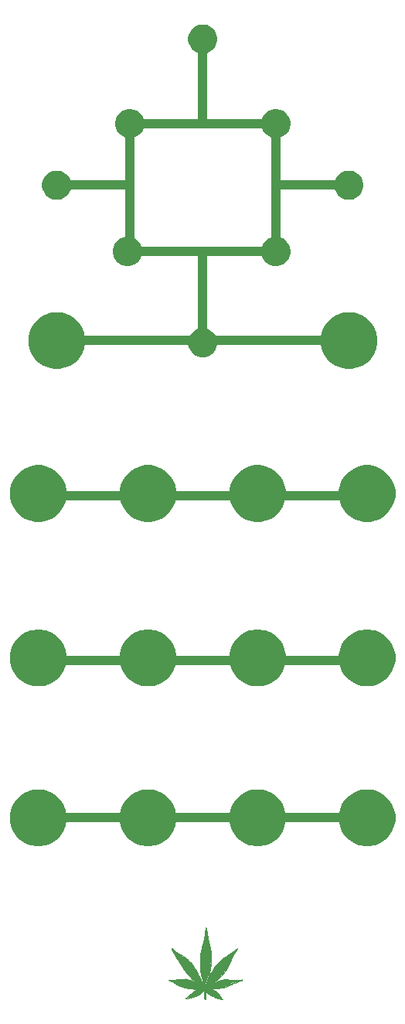
<source format=gbr>
G04 #@! TF.GenerationSoftware,KiCad,Pcbnew,(5.1.5-0)*
G04 #@! TF.CreationDate,2021-01-12T22:35:17-08:00*
G04 #@! TF.ProjectId,hyperchaosdeluxe,68797065-7263-4686-916f-7364656c7578,rev?*
G04 #@! TF.SameCoordinates,Original*
G04 #@! TF.FileFunction,Soldermask,Top*
G04 #@! TF.FilePolarity,Negative*
%FSLAX46Y46*%
G04 Gerber Fmt 4.6, Leading zero omitted, Abs format (unit mm)*
G04 Created by KiCad (PCBNEW (5.1.5-0)) date 2021-01-12 22:35:17*
%MOMM*%
%LPD*%
G04 APERTURE LIST*
%ADD10C,1.000000*%
%ADD11C,0.100000*%
%ADD12C,0.000002*%
%ADD13C,0.001000*%
G04 APERTURE END LIST*
D10*
X41000000Y-355000000D02*
X9000000Y-355000000D01*
X41000000Y-337750000D02*
X9000000Y-337750000D01*
X41000000Y-319750000D02*
X9000000Y-319750000D01*
X41000000Y-302750000D02*
X9000000Y-302750000D01*
X17000000Y-279000000D02*
X33000000Y-279000000D01*
X17000000Y-293000000D02*
X17000000Y-278750000D01*
X33000000Y-293000000D02*
X17000000Y-293000000D01*
X33000000Y-278750000D02*
X33000000Y-293000000D01*
X8125000Y-285750000D02*
X16875000Y-285750000D01*
X33000000Y-285750000D02*
X41625000Y-285750000D01*
X25000000Y-293000000D02*
X25000000Y-301750000D01*
X25000000Y-270000000D02*
X25000000Y-278750000D01*
D11*
G36*
X25910400Y-373747650D02*
G01*
X26462850Y-374027050D01*
X26789875Y-374354075D01*
X26924813Y-374584263D01*
X27156588Y-374854138D01*
X26850200Y-374770000D01*
X26596200Y-374693800D01*
X26418400Y-374630300D01*
X26043750Y-374496950D01*
X25684975Y-374303275D01*
X25424625Y-374017525D01*
X25300800Y-373855600D01*
X25364300Y-373893700D01*
X25338900Y-373830200D01*
X25402400Y-373658750D01*
X25910400Y-373747650D01*
G37*
X25910400Y-373747650D02*
X26462850Y-374027050D01*
X26789875Y-374354075D01*
X26924813Y-374584263D01*
X27156588Y-374854138D01*
X26850200Y-374770000D01*
X26596200Y-374693800D01*
X26418400Y-374630300D01*
X26043750Y-374496950D01*
X25684975Y-374303275D01*
X25424625Y-374017525D01*
X25300800Y-373855600D01*
X25364300Y-373893700D01*
X25338900Y-373830200D01*
X25402400Y-373658750D01*
X25910400Y-373747650D01*
G36*
X25116650Y-373766700D02*
G01*
X24748350Y-374198500D01*
X24310200Y-374471550D01*
X23929200Y-374611250D01*
X23179900Y-374776350D01*
X23662500Y-374249300D01*
X24056200Y-373982600D01*
X24424500Y-373779400D01*
X24894400Y-373703200D01*
X24919800Y-373703200D01*
X25116650Y-373766700D01*
G37*
X25116650Y-373766700D02*
X24748350Y-374198500D01*
X24310200Y-374471550D01*
X23929200Y-374611250D01*
X23179900Y-374776350D01*
X23662500Y-374249300D01*
X24056200Y-373982600D01*
X24424500Y-373779400D01*
X24894400Y-373703200D01*
X24919800Y-373703200D01*
X25116650Y-373766700D01*
G36*
X28323400Y-372738000D02*
G01*
X28755200Y-372763400D01*
X29333207Y-372773943D01*
X28653600Y-372928500D01*
X28221800Y-373119000D01*
X27878900Y-373334900D01*
X27459800Y-373500000D01*
X26926400Y-373588900D01*
X26481900Y-373614300D01*
X25904050Y-373595250D01*
X25326200Y-373576200D01*
X25262700Y-373500000D01*
X25478600Y-373436500D01*
X25485585Y-373385700D01*
X25801815Y-373258700D01*
X26335850Y-373030100D01*
X26888300Y-372826900D01*
X27282000Y-372712600D01*
X27726500Y-372712600D01*
X28323400Y-372738000D01*
G37*
X28323400Y-372738000D02*
X28755200Y-372763400D01*
X29333207Y-372773943D01*
X28653600Y-372928500D01*
X28221800Y-373119000D01*
X27878900Y-373334900D01*
X27459800Y-373500000D01*
X26926400Y-373588900D01*
X26481900Y-373614300D01*
X25904050Y-373595250D01*
X25326200Y-373576200D01*
X25262700Y-373500000D01*
X25478600Y-373436500D01*
X25485585Y-373385700D01*
X25801815Y-373258700D01*
X26335850Y-373030100D01*
X26888300Y-372826900D01*
X27282000Y-372712600D01*
X27726500Y-372712600D01*
X28323400Y-372738000D01*
G36*
X28310700Y-370083700D02*
G01*
X28069400Y-370579000D01*
X27866200Y-371036200D01*
X27605850Y-371556900D01*
X27332800Y-371912500D01*
X27021650Y-372325250D01*
X26551750Y-372718950D01*
X26050100Y-373055500D01*
X24945200Y-373652400D01*
X24970600Y-373322200D01*
X25275400Y-373271400D01*
X25523050Y-372833250D01*
X25738950Y-372369700D01*
X25904050Y-372039500D01*
X26088200Y-371747400D01*
X26253300Y-371429900D01*
X26532700Y-371074300D01*
X26812100Y-370756800D01*
X27142300Y-370464700D01*
X27485200Y-370236100D01*
X27866200Y-369982100D01*
X28259900Y-369715400D01*
X28793300Y-369321700D01*
X28310700Y-370083700D01*
G37*
X28310700Y-370083700D02*
X28069400Y-370579000D01*
X27866200Y-371036200D01*
X27605850Y-371556900D01*
X27332800Y-371912500D01*
X27021650Y-372325250D01*
X26551750Y-372718950D01*
X26050100Y-373055500D01*
X24945200Y-373652400D01*
X24970600Y-373322200D01*
X25275400Y-373271400D01*
X25523050Y-372833250D01*
X25738950Y-372369700D01*
X25904050Y-372039500D01*
X26088200Y-371747400D01*
X26253300Y-371429900D01*
X26532700Y-371074300D01*
X26812100Y-370756800D01*
X27142300Y-370464700D01*
X27485200Y-370236100D01*
X27866200Y-369982100D01*
X28259900Y-369715400D01*
X28793300Y-369321700D01*
X28310700Y-370083700D01*
G36*
X25465900Y-367950100D02*
G01*
X25567500Y-368432700D01*
X25681800Y-368889900D01*
X25764350Y-369220100D01*
X25827850Y-369601100D01*
X25872300Y-370121800D01*
X25872300Y-370655200D01*
X25821500Y-371239400D01*
X25758000Y-371760100D01*
X25615125Y-372255400D01*
X25316675Y-373271400D01*
X25103950Y-373220600D01*
X24869000Y-372306200D01*
X24695962Y-371442600D01*
X24711837Y-370655200D01*
X24764225Y-369994800D01*
X24926150Y-369220100D01*
X25161100Y-368407300D01*
X25288100Y-367632600D01*
X25351600Y-367111900D01*
X25465900Y-367950100D01*
G37*
X25465900Y-367950100D02*
X25567500Y-368432700D01*
X25681800Y-368889900D01*
X25764350Y-369220100D01*
X25827850Y-369601100D01*
X25872300Y-370121800D01*
X25872300Y-370655200D01*
X25821500Y-371239400D01*
X25758000Y-371760100D01*
X25615125Y-372255400D01*
X25316675Y-373271400D01*
X25103950Y-373220600D01*
X24869000Y-372306200D01*
X24695962Y-371442600D01*
X24711837Y-370655200D01*
X24764225Y-369994800D01*
X24926150Y-369220100D01*
X25161100Y-368407300D01*
X25288100Y-367632600D01*
X25351600Y-367111900D01*
X25465900Y-367950100D01*
G36*
X21846400Y-369524900D02*
G01*
X22163900Y-369766200D01*
X22729050Y-370083700D01*
X23325950Y-370515500D01*
X23700600Y-370896500D01*
X24100650Y-371461650D01*
X24697550Y-372642750D01*
X24996000Y-373207900D01*
X25008700Y-373220600D01*
X24678500Y-373246000D01*
X24576900Y-373195200D01*
X24221300Y-372947550D01*
X23814900Y-372579250D01*
X23484700Y-372230000D01*
X23129100Y-371798200D01*
X22849700Y-371379100D01*
X22659200Y-371125100D01*
X22405200Y-370667900D01*
X22151200Y-370299600D01*
X21909900Y-369880500D01*
X21630500Y-369321700D01*
X21846400Y-369524900D01*
G37*
X21846400Y-369524900D02*
X22163900Y-369766200D01*
X22729050Y-370083700D01*
X23325950Y-370515500D01*
X23700600Y-370896500D01*
X24100650Y-371461650D01*
X24697550Y-372642750D01*
X24996000Y-373207900D01*
X25008700Y-373220600D01*
X24678500Y-373246000D01*
X24576900Y-373195200D01*
X24221300Y-372947550D01*
X23814900Y-372579250D01*
X23484700Y-372230000D01*
X23129100Y-371798200D01*
X22849700Y-371379100D01*
X22659200Y-371125100D01*
X22405200Y-370667900D01*
X22151200Y-370299600D01*
X21909900Y-369880500D01*
X21630500Y-369321700D01*
X21846400Y-369524900D01*
G36*
X23252925Y-372703075D02*
G01*
X23589475Y-372798325D01*
X23853000Y-372890400D01*
X24551500Y-373296800D01*
X24581980Y-373324740D01*
X24589600Y-373309500D01*
X24589600Y-373322200D01*
X24581980Y-373324740D01*
X24500700Y-373487300D01*
X24894400Y-373627000D01*
X24684850Y-373652400D01*
X24291150Y-373677800D01*
X23814900Y-373677800D01*
X23370400Y-373614300D01*
X22887800Y-373500000D01*
X22494100Y-373385700D01*
X22087700Y-373157100D01*
X21770200Y-372928500D01*
X21363800Y-372801500D01*
X22011500Y-372750700D01*
X22544900Y-372712600D01*
X23008450Y-372706250D01*
X23252925Y-372703075D01*
G37*
X23252925Y-372703075D02*
X23589475Y-372798325D01*
X23853000Y-372890400D01*
X24551500Y-373296800D01*
X24581980Y-373324740D01*
X24589600Y-373309500D01*
X24589600Y-373322200D01*
X24581980Y-373324740D01*
X24500700Y-373487300D01*
X24894400Y-373627000D01*
X24684850Y-373652400D01*
X24291150Y-373677800D01*
X23814900Y-373677800D01*
X23370400Y-373614300D01*
X22887800Y-373500000D01*
X22494100Y-373385700D01*
X22087700Y-373157100D01*
X21770200Y-372928500D01*
X21363800Y-372801500D01*
X22011500Y-372750700D01*
X22544900Y-372712600D01*
X23008450Y-372706250D01*
X23252925Y-372703075D01*
G36*
X25250000Y-373284100D02*
G01*
X25038862Y-373477775D01*
X25257937Y-373573025D01*
X26008825Y-374115950D01*
X25827850Y-374211200D01*
X25250000Y-373754000D01*
X25262700Y-374846200D01*
X25148400Y-374706500D01*
X25142050Y-373817500D01*
X25186500Y-373817500D01*
X24805500Y-373601600D01*
X24519750Y-373449200D01*
X24684850Y-373169800D01*
X25250000Y-373284100D01*
G37*
X25250000Y-373284100D02*
X25038862Y-373477775D01*
X25257937Y-373573025D01*
X26008825Y-374115950D01*
X25827850Y-374211200D01*
X25250000Y-373754000D01*
X25262700Y-374846200D01*
X25148400Y-374706500D01*
X25142050Y-373817500D01*
X25186500Y-373817500D01*
X24805500Y-373601600D01*
X24519750Y-373449200D01*
X24684850Y-373169800D01*
X25250000Y-373284100D01*
D12*
X24729586Y-371596968D02*
X24736414Y-371663404D01*
X21310628Y-372785206D02*
G75*
G02X21312745Y-372780474I8833J-1112D01*
G01*
X21312745Y-372780475D02*
G75*
G02X21317170Y-372777659I6961J-6056D01*
G01*
X21317171Y-372777659D02*
G75*
G02X21326272Y-372775641I21302J-74534D01*
G01*
X21369176Y-372769928D02*
X21326272Y-372775641D01*
X21425382Y-372764579D02*
X21369176Y-372769928D01*
X21499523Y-372759059D02*
X21425382Y-372764579D01*
X21600810Y-372752773D02*
X21499523Y-372759059D01*
X21714250Y-372745535D02*
X21600810Y-372752773D01*
X21805159Y-372738329D02*
X21714250Y-372745535D01*
X21885946Y-372730142D02*
X21805159Y-372738329D01*
X21967522Y-372719967D02*
X21885946Y-372730142D01*
X22045588Y-372710763D02*
X21967522Y-372719967D01*
X22144548Y-372701810D02*
X22045588Y-372710763D01*
X22252731Y-372693949D02*
X22144548Y-372701810D01*
X22360022Y-372688039D02*
X22252731Y-372693949D01*
X22408893Y-372685783D02*
X22360022Y-372688039D01*
X22478084Y-372682592D02*
X22408893Y-372685783D01*
X22553746Y-372679104D02*
X22478084Y-372682592D01*
X22625022Y-372675821D02*
X22553746Y-372679104D01*
X22792892Y-372668843D02*
X22625022Y-372675821D01*
X22967753Y-372663052D02*
X22792892Y-372668843D01*
X23141324Y-372658069D02*
X22967753Y-372663052D01*
X23141324Y-372658069D02*
G75*
G02X23150393Y-372660507I462J-16364D01*
G01*
X23153889Y-372661762D02*
G75*
G02X23150393Y-372660507I1209J8867D01*
G01*
X23169388Y-372663775D02*
X23153889Y-372661762D01*
X23187771Y-372665819D02*
X23169388Y-372663775D01*
X23208715Y-372667713D02*
X23187771Y-372665819D01*
X24720054Y-371487481D02*
X24722649Y-371517124D01*
X25862378Y-373647086D02*
X25907522Y-373650622D01*
X25813537Y-373643388D02*
X25862378Y-373647086D01*
X25768194Y-373640058D02*
X25813537Y-373643388D01*
X25735022Y-373637755D02*
X25768194Y-373640058D01*
X25703615Y-373635486D02*
X25735022Y-373637755D01*
X25664584Y-373632326D02*
X25703615Y-373635486D01*
X25624606Y-373628849D02*
X25664584Y-373632326D01*
X25590022Y-373625579D02*
X25624606Y-373628849D01*
X25528512Y-373620402D02*
X25590022Y-373625579D01*
X25476901Y-373618134D02*
X25528512Y-373620402D01*
X24081364Y-371380665D02*
X23952584Y-371173051D01*
X24210123Y-371610277D02*
X24081364Y-371380665D01*
X25513811Y-373644985D02*
X25475611Y-373637712D01*
X25551820Y-373651668D02*
X25513811Y-373644985D01*
X25577522Y-373655429D02*
X25551820Y-373651668D01*
X25577522Y-373655429D02*
G75*
G02X25665850Y-373671576I-96572J-777952D01*
G01*
X25792223Y-373704860D02*
X25665850Y-373671576D01*
X25931550Y-373747366D02*
X25792223Y-373704860D01*
X26065022Y-373794009D02*
X25931550Y-373747366D01*
X26108649Y-373811046D02*
X26065022Y-373794009D01*
X26154637Y-373830487D02*
X26108649Y-373811046D01*
X26202079Y-373851930D02*
X26154637Y-373830487D01*
X26250085Y-373874987D02*
X26202079Y-373851930D01*
X26250085Y-373874988D02*
G75*
G02X26402408Y-373962179I-639105J-1293158D01*
G01*
X24850081Y-372347260D02*
X24852098Y-372357528D01*
X27870021Y-371015299D02*
G75*
G02X27869743Y-371016562I-3003J0D01*
G01*
X27861209Y-371034952D02*
X27869743Y-371016562D01*
X27851523Y-371055632D02*
X27861209Y-371034952D01*
X27840022Y-371079870D02*
X27851523Y-371055632D01*
X27828521Y-371104146D02*
X27840022Y-371079870D01*
X27818834Y-371124951D02*
X27828521Y-371104146D01*
X27810385Y-371143329D02*
X27818834Y-371124951D01*
X27810021Y-371144995D02*
G75*
G02X27810385Y-371143329I3995J0D01*
G01*
X27810021Y-371144995D02*
G75*
G02X27809292Y-371148297I-7840J0D01*
G01*
X27770677Y-371231421D02*
X27809292Y-371148297D01*
X27727758Y-371323339D02*
X27770677Y-371231421D01*
X27677442Y-371430277D02*
X27727758Y-371323339D01*
X27654537Y-371478174D02*
X27677442Y-371430277D01*
X27626801Y-371534980D02*
X27654537Y-371478174D01*
X27597730Y-371593998D02*
X27626801Y-371534980D01*
X27597731Y-371593997D02*
G75*
G02X27595022Y-371597777I-12801J6311D01*
G01*
X27593589Y-371599614D02*
G75*
G02X27595022Y-371597777I8150J-4881D01*
G01*
X27590177Y-371605418D02*
X27593588Y-371599615D01*
X27586238Y-371612435D02*
X27590177Y-371605418D01*
X27582041Y-371620277D02*
X27586238Y-371612435D01*
X27573008Y-371637116D02*
X27582041Y-371620277D01*
X27562309Y-371656309D02*
X27573008Y-371637116D01*
X27551117Y-371675799D02*
X27562309Y-371656309D01*
X27540563Y-371693576D02*
X27551117Y-371675799D01*
X27536359Y-371700601D02*
X27540563Y-371693576D01*
X27529895Y-371711546D02*
X27536359Y-371700601D01*
X27522630Y-371723921D02*
X27529895Y-371711546D01*
X27515538Y-371736076D02*
X27522630Y-371723921D01*
X27515539Y-371736076D02*
G75*
G02X27426513Y-371874537I-1594117J927112D01*
G01*
X27310765Y-372028716D02*
X27426513Y-371874537D01*
X27179379Y-372185115D02*
X27310765Y-372028716D01*
X27042561Y-372330767D02*
X27179379Y-372185115D01*
X27042561Y-372330767D02*
G75*
G02X26762462Y-372588051I-2992746J2977019D01*
G01*
X26452444Y-372826945D02*
X26762462Y-372588051D01*
X26096530Y-373058868D02*
X26452444Y-372826945D01*
X25677522Y-373295384D02*
X26096530Y-373058868D01*
X25657210Y-373306206D02*
X25677522Y-373295384D01*
X25633256Y-373319049D02*
X25657210Y-373306206D01*
X25609541Y-373331825D02*
X25633256Y-373319049D01*
X25590022Y-373342411D02*
X25609541Y-373331825D01*
X25572766Y-373351769D02*
X25590022Y-373342411D01*
X25556062Y-373360749D02*
X25572766Y-373351769D01*
X25541782Y-373368359D02*
X25556062Y-373360749D01*
X25534097Y-373372337D02*
X25541782Y-373368359D01*
X25517847Y-373382144D02*
G75*
G02X25534097Y-373372337I73169J-102870D01*
G01*
X25501467Y-373395234D02*
G75*
G02X25517847Y-373382145I125077J-139731D01*
G01*
X25488112Y-373408375D02*
G75*
G02X25501467Y-373395234I145858J-134885D01*
G01*
X25485021Y-373416267D02*
G75*
G02X25488111Y-373408375I11624J0D01*
G01*
X25485871Y-373419781D02*
G75*
G02X25485022Y-373416267I6849J3514D01*
G01*
X25488155Y-373421737D02*
G75*
G02X25485870Y-373419780I1247J3768D01*
G01*
X25492397Y-373422198D02*
G75*
G02X25488155Y-373421737I-1044J10127D01*
G01*
X25499641Y-373421103D02*
G75*
G02X25492398Y-373422199I-15184J75919D01*
G01*
X25518149Y-373415366D02*
G75*
G02X25499641Y-373421104I-36945J86448D01*
G01*
X25578992Y-373389023D02*
X25518149Y-373415366D01*
X25646972Y-373358528D02*
X25578992Y-373389023D01*
X25715022Y-373326643D02*
X25646972Y-373358528D01*
X25738044Y-373315656D02*
X25715022Y-373326643D01*
X25763850Y-373303400D02*
X25738044Y-373315656D01*
X25788478Y-373291750D02*
X25763850Y-373303400D01*
X25807522Y-373282798D02*
X25788478Y-373291750D01*
X25827497Y-373273393D02*
X25807522Y-373282798D01*
X25855600Y-373260054D02*
X25827497Y-373273393D01*
X25886247Y-373245444D02*
X25855600Y-373260054D01*
X25915022Y-373231661D02*
X25886247Y-373245444D01*
X25969936Y-373205361D02*
X25915022Y-373231661D01*
X26011702Y-373185535D02*
X25969936Y-373205361D01*
X26046707Y-373169148D02*
X26011702Y-373185535D01*
X26080022Y-373153816D02*
X26046707Y-373169148D01*
X26115354Y-373137574D02*
X26080022Y-373153816D01*
X26181774Y-373106749D02*
X26115354Y-373137574D01*
X26249694Y-373075132D02*
X26181774Y-373106749D01*
X26297522Y-373052733D02*
X26249694Y-373075132D01*
X26444502Y-372984657D02*
X26297522Y-373052733D01*
X26595333Y-372916903D02*
X26444502Y-372984657D01*
X26733653Y-372856658D02*
X26595333Y-372916903D01*
X26840022Y-372812680D02*
X26733653Y-372856658D01*
X26893337Y-372791611D02*
X26840022Y-372812680D01*
X26928135Y-372778359D02*
X26893337Y-372791611D01*
X26957932Y-372767769D02*
X26928135Y-372778359D01*
X26992522Y-372756289D02*
X26957932Y-372767769D01*
X27051620Y-372738467D02*
X26992522Y-372756289D01*
X27113071Y-372722384D02*
X27051620Y-372738467D01*
X27174574Y-372708597D02*
X27113071Y-372722384D01*
X27233822Y-372697669D02*
X27174574Y-372708597D01*
X27275789Y-372691782D02*
X27233822Y-372697669D01*
X27311324Y-372688975D02*
X27275789Y-372691782D01*
X27355896Y-372688261D02*
X27311324Y-372688975D01*
X27436322Y-372689370D02*
X27355896Y-372688261D01*
X27493234Y-372690735D02*
X27436322Y-372689370D01*
X27551607Y-372692737D02*
X27493234Y-372690735D01*
X27603546Y-372695032D02*
X27551607Y-372692737D01*
X27637522Y-372697267D02*
X27603546Y-372695032D01*
X27668287Y-372699702D02*
X27637522Y-372697267D01*
X27707662Y-372702627D02*
X27668287Y-372699702D01*
X27748691Y-372705545D02*
X27707662Y-372702627D01*
X27785022Y-372707990D02*
X27748691Y-372705545D01*
X27822057Y-372710418D02*
X27785022Y-372707990D01*
X27865318Y-372713293D02*
X27822057Y-372710418D01*
X27907867Y-372716150D02*
X27865318Y-372713293D01*
X27942522Y-372718510D02*
X27907867Y-372716150D01*
X27995145Y-372720680D02*
X27942522Y-372718510D01*
X28187897Y-372723130D02*
X27995145Y-372720680D01*
X28416132Y-372725346D02*
X28187897Y-372723130D01*
X28672522Y-372726997D02*
X28416132Y-372725346D01*
X29010194Y-372728974D02*
X28672522Y-372726997D01*
X29196598Y-372730953D02*
X29010194Y-372728974D01*
X29325267Y-372733028D02*
X29196598Y-372730953D01*
X29325267Y-372733028D02*
G75*
G02X29338772Y-372736729I-500J-28318D01*
G01*
X29338772Y-372736728D02*
G75*
G02X29347766Y-372745160I-13045J-22929D01*
G01*
X29347766Y-372745160D02*
G75*
G02X29350023Y-372755412I-12281J-8079D01*
G01*
X29350023Y-372755413D02*
G75*
G02X29344871Y-372765674I-18220J2725D01*
G01*
X29344870Y-372765673D02*
G75*
G02X29333207Y-372773943I-29662J29474D01*
G01*
X29333208Y-372773944D02*
G75*
G02X29315174Y-372781131I-63623J133418D01*
G01*
X29250776Y-372801805D02*
X29315174Y-372781131D01*
X29188093Y-372821392D02*
X29250776Y-372801805D01*
X29152522Y-372831377D02*
X29188093Y-372821392D01*
X29023171Y-372868169D02*
X29152522Y-372831377D01*
X28848786Y-372925203D02*
X29023171Y-372868169D01*
X28669767Y-372988251D02*
X28848786Y-372925203D01*
X28522522Y-373045274D02*
X28669767Y-372988251D01*
X28399199Y-373098078D02*
X28522522Y-373045274D01*
X28253927Y-373164591D02*
X28399199Y-373098078D01*
X28112600Y-373232490D02*
X28253927Y-373164591D01*
X28002522Y-373289199D02*
X28112600Y-373232490D01*
X27868504Y-373360433D02*
X28002522Y-373289199D01*
X27783440Y-373402696D02*
X27868504Y-373360433D01*
X27708987Y-373435131D02*
X27783440Y-373402696D01*
X27617522Y-373470178D02*
X27708987Y-373435131D01*
X27542423Y-373497307D02*
X27617522Y-373470178D01*
X27502851Y-373510723D02*
X27542423Y-373497307D01*
X27463400Y-373522598D02*
X27502851Y-373510723D01*
X27390022Y-373543034D02*
X27463400Y-373522598D01*
X27270804Y-373572545D02*
X27390022Y-373543034D01*
X27133620Y-373600279D02*
X27270804Y-373572545D01*
X26995884Y-373623156D02*
X27133620Y-373600279D01*
X26875022Y-373637838D02*
X26995884Y-373623156D01*
X26851013Y-373640138D02*
X26875022Y-373637838D01*
X26816506Y-373643487D02*
X26851013Y-373640138D01*
X26778547Y-373647195D02*
X26816506Y-373643487D01*
X26742522Y-373650739D02*
X26778547Y-373647195D01*
X26608935Y-373658145D02*
X26742522Y-373650739D01*
X26336190Y-373659806D02*
X26608935Y-373658145D01*
X26063070Y-373657895D02*
X26336190Y-373659806D01*
X25907522Y-373650622D02*
X26063070Y-373657895D01*
X25434700Y-373617876D02*
X25476901Y-373618134D01*
X25430021Y-373622584D02*
G75*
G02X25434700Y-373617876I4709J-1D01*
G01*
X25431145Y-373624719D02*
G75*
G02X25430022Y-373622585I1466J2134D01*
G01*
X25435529Y-373627293D02*
G75*
G02X25431144Y-373624719I15819J31971D01*
G01*
X24360636Y-371888155D02*
X24344341Y-371858062D01*
X24371221Y-371907777D02*
X24360636Y-371888155D01*
X25761249Y-372283226D02*
X25714982Y-372380277D01*
X25846807Y-372112328D02*
X25761249Y-372283226D01*
X25933548Y-371941636D02*
X25846807Y-372112328D01*
X25974269Y-371866527D02*
X25933548Y-371941636D01*
X25988678Y-371841366D02*
X25974269Y-371866527D01*
X25999929Y-371821636D02*
X25988678Y-371841366D01*
X26009609Y-371804555D02*
X25999929Y-371821636D01*
X26019048Y-371787777D02*
X26009609Y-371804555D01*
X26025983Y-371775624D02*
X26019048Y-371787777D01*
X26037590Y-371755731D02*
X26025983Y-371775624D01*
X26050976Y-371732985D02*
X26037590Y-371755731D01*
X26064458Y-371710277D02*
X26050976Y-371732985D01*
X26077575Y-371688268D02*
X26064458Y-371710277D01*
X26089864Y-371667624D02*
X26077575Y-371688268D01*
X26100197Y-371650243D02*
X26089864Y-371667624D01*
X26104889Y-371642307D02*
X26100197Y-371650243D01*
X26149259Y-371570233D02*
X26104889Y-371642307D01*
X26212393Y-371473837D02*
X26149259Y-371570233D01*
X26279939Y-371374271D02*
X26212393Y-371473837D01*
X26339543Y-371290277D02*
X26279939Y-371374271D01*
X26396819Y-371213641D02*
X26339543Y-371290277D01*
X26467177Y-371123061D02*
X26396819Y-371213641D01*
X26534639Y-371038542D02*
X26467177Y-371123061D01*
X26577847Y-370987777D02*
X26534639Y-371038542D01*
X27885064Y-370981889D02*
X27894416Y-370961958D01*
X27877187Y-370998945D02*
X27885064Y-370981889D01*
X27870294Y-371014044D02*
X27877187Y-370998945D01*
X27870022Y-371015299D02*
G75*
G02X27870294Y-371014044I3026J0D01*
G01*
X24325985Y-371824222D02*
X24308037Y-371791194D01*
X24344341Y-371858062D02*
X24325985Y-371824222D01*
X27162904Y-374882618D02*
G75*
G02X27162962Y-374890934I-10582J-4233D01*
G01*
X27162961Y-374890934D02*
G75*
G02X27160571Y-374893771I-5287J2029D01*
G01*
X27160571Y-374893771D02*
G75*
G02X27155675Y-374895933I-11328J19028D01*
G01*
X27155675Y-374895934D02*
G75*
G02X27148837Y-374897326I-10822J35655D01*
G01*
X27148838Y-374897325D02*
G75*
G02X27140414Y-374897777I-8424J78322D01*
G01*
X25643609Y-372541378D02*
X25635721Y-372560277D01*
X25670843Y-372479384D02*
X25643609Y-372541378D01*
X25697720Y-372418594D02*
X25670843Y-372479384D01*
X25714982Y-372380277D02*
X25697720Y-372418594D01*
X27140414Y-374897778D02*
G75*
G02X27125921Y-374896825I0J110737D01*
G01*
X27125921Y-374896825D02*
G75*
G02X27113016Y-374893965I9971J75534D01*
G01*
X27113016Y-374893965D02*
G75*
G02X27096281Y-374887761I53575J170197D01*
G01*
X27065022Y-374874046D02*
X27096281Y-374887761D01*
X27001838Y-374847762D02*
X27065022Y-374874046D01*
X26935736Y-374824319D02*
X27001838Y-374847762D01*
X26864120Y-374802862D02*
X26935736Y-374824319D01*
X26784294Y-374782548D02*
X26864120Y-374802862D01*
X26647606Y-374749292D02*
X26784294Y-374782548D01*
X24380128Y-371924323D02*
X24371221Y-371907777D01*
X24390235Y-371943074D02*
X24380128Y-371924323D01*
X25503305Y-372886243D02*
X25494490Y-372906661D01*
X25513179Y-372862378D02*
X25503305Y-372886243D01*
X25524497Y-372834151D02*
X25513179Y-372862378D01*
X25537768Y-372800277D02*
X25524497Y-372834151D01*
X25543655Y-372785324D02*
X25537768Y-372800277D01*
X25550109Y-372769333D02*
X25543655Y-372785324D01*
X25556173Y-372754627D02*
X25550109Y-372769333D01*
X26402408Y-373962178D02*
G75*
G02X26540509Y-374065987I-743206J-1132487D01*
G01*
X26540509Y-374065987D02*
G75*
G02X26658604Y-374181641I-808447J-943632D01*
G01*
X26658604Y-374181641D02*
G75*
G02X26751099Y-374304225I-691614J-618042D01*
G01*
X26843113Y-374447827D02*
X26751099Y-374304225D01*
X26908325Y-374544131D02*
X26843113Y-374447827D01*
X26969278Y-374626381D02*
X26908325Y-374544131D01*
X27044380Y-374720045D02*
X26969278Y-374626381D01*
X27087947Y-374772822D02*
X27044380Y-374720045D01*
X27101771Y-374789809D02*
X27087947Y-374772822D01*
X27112079Y-374803035D02*
X27101771Y-374789809D01*
X24884498Y-369270277D02*
X24870636Y-369320269D01*
X25560691Y-372744082D02*
X25556173Y-372754627D01*
X25564264Y-372735606D02*
X25560691Y-372744082D01*
X25567281Y-372727667D02*
X25564264Y-372735606D01*
X25569553Y-372720959D02*
X25567281Y-372727667D01*
X25570021Y-372717966D02*
G75*
G02X25569553Y-372720959I-9805J0D01*
G01*
X25570021Y-372717965D02*
G75*
G02X25570501Y-372714968I9600J-1D01*
G01*
X25572848Y-372708209D02*
X25570501Y-372714968D01*
X25575958Y-372700210D02*
X25572848Y-372708209D01*
X25579642Y-372691661D02*
X25575958Y-372700210D01*
X25593866Y-372659784D02*
X25579642Y-372691661D01*
X25602969Y-372638632D02*
X25593866Y-372659784D01*
X25609166Y-372623491D02*
X25602969Y-372638632D01*
X25610007Y-372619082D02*
G75*
G02X25609166Y-372623491I-11749J-43D01*
G01*
X25610007Y-372619082D02*
G75*
G02X25610459Y-372616632I6738J25D01*
G01*
X25613194Y-372609786D02*
X25610459Y-372616632D01*
X25616707Y-372601673D02*
X25613194Y-372609786D01*
X25620874Y-372592777D02*
X25616707Y-372601673D01*
X25625330Y-372583430D02*
X25620874Y-372592777D01*
X25629723Y-372573949D02*
X25625330Y-372583430D01*
X25633495Y-372565577D02*
X25629723Y-372573949D01*
X25635721Y-372560277D02*
X25633495Y-372565577D01*
X27127281Y-374823316D02*
X27112079Y-374803035D01*
X27143683Y-374846689D02*
X27127281Y-374823316D01*
X27143683Y-374846690D02*
G75*
G02X27155528Y-374866666I-194982J-129113D01*
G01*
X27155528Y-374866666D02*
G75*
G02X27162903Y-374882618I-148143J-78170D01*
G01*
X26587272Y-370977192D02*
X26577847Y-370987777D01*
X26607031Y-370954856D02*
X26587272Y-370977192D01*
X26630430Y-370928361D02*
X26607031Y-370954856D01*
X26655193Y-370900277D02*
X26630430Y-370928361D01*
X26763704Y-370783304D02*
X26655193Y-370900277D01*
X26896053Y-370652079D02*
X26763704Y-370783304D01*
X27027297Y-370530085D02*
X26896053Y-370652079D01*
X27130250Y-370444220D02*
X27027297Y-370530085D01*
X27217428Y-370378727D02*
X27130250Y-370444220D01*
X27296415Y-370323278D02*
X27217428Y-370378727D01*
X27398457Y-370256351D02*
X27296415Y-370323278D01*
X27577522Y-370142769D02*
X27398457Y-370256351D01*
X27639629Y-370103344D02*
X27577522Y-370142769D01*
X27706365Y-370060469D02*
X27639629Y-370103344D01*
X27767965Y-370020471D02*
X27706365Y-370060469D01*
X27812522Y-369990991D02*
X27767965Y-370020471D01*
X27947222Y-369899298D02*
X27812522Y-369990991D01*
X28070866Y-369812251D02*
X27947222Y-369899298D01*
X28218690Y-369704774D02*
X28070866Y-369812251D01*
X28440022Y-369540957D02*
X28218690Y-369704774D01*
X28483928Y-369508350D02*
X28440022Y-369540957D01*
X28526959Y-369476446D02*
X28483928Y-369508350D01*
X28564011Y-369449020D02*
X28526959Y-369476446D01*
X28585022Y-369433543D02*
X28564011Y-369449020D01*
X28601209Y-369421646D02*
X28585022Y-369433543D01*
X28618850Y-369408643D02*
X28601209Y-369421646D01*
X28635320Y-369396471D02*
X28618850Y-369408643D01*
X28647522Y-369387414D02*
X28635320Y-369396471D01*
X28687477Y-369359270D02*
X28647522Y-369387414D01*
X28742952Y-369323208D02*
X28687477Y-369359270D01*
X28799438Y-369287759D02*
X28742952Y-369323208D01*
X28799438Y-369287760D02*
G75*
G02X28814761Y-369281269I28471J-45884D01*
G01*
X28814761Y-369281268D02*
G75*
G02X28827504Y-369279947I10974J-43717D01*
G01*
X28827504Y-369279947D02*
G75*
G02X28834070Y-369284069I-305J-7776D01*
G01*
X28834070Y-369284070D02*
G75*
G02X28834527Y-369292656I-8997J-4784D01*
G01*
X28834527Y-369292655D02*
G75*
G02X28827667Y-369305539I-63438J25510D01*
G01*
X28815329Y-369322507D02*
X28827667Y-369305539D01*
X28795976Y-369346851D02*
X28815329Y-369322507D01*
X28776429Y-369370518D02*
X28795976Y-369346851D01*
X28776429Y-369370517D02*
G75*
G02X28766963Y-369380277I-72727J61071D01*
G01*
X28749895Y-369398072D02*
G75*
G02X28766963Y-369380277I123500J-101373D01*
G01*
X28695948Y-369464257D02*
X28749895Y-369398072D01*
X28641922Y-369531904D02*
X28695948Y-369464257D01*
X28601038Y-369585277D02*
X28641922Y-369531904D01*
X28524034Y-369693698D02*
X28601038Y-369585277D01*
X28463980Y-369789678D02*
X28524034Y-369693698D01*
X28398409Y-369910452D02*
X28463980Y-369789678D01*
X28295463Y-370115277D02*
X28398409Y-369910452D01*
X28262314Y-370182396D02*
X28295463Y-370115277D01*
X28232337Y-370243418D02*
X28262314Y-370182396D01*
X28207300Y-370294652D02*
X28232337Y-370243418D01*
X28198740Y-370312777D02*
X28207300Y-370294652D01*
X28183870Y-370344997D02*
X28198740Y-370312777D01*
X28148656Y-370420485D02*
X28183870Y-370344997D01*
X28113434Y-370495815D02*
X28148656Y-370420485D01*
X28092505Y-370540277D02*
X28113434Y-370495815D01*
X28086270Y-370553483D02*
X28092505Y-370540277D01*
X28076572Y-370574090D02*
X28086270Y-370553483D01*
X28065623Y-370597387D02*
X28076572Y-370574090D01*
X28054881Y-370620277D02*
X28065623Y-370597387D01*
X28002656Y-370731614D02*
X28054881Y-370620277D01*
X27955466Y-370832138D02*
X28002656Y-370731614D01*
X27916565Y-370914935D02*
X27955466Y-370832138D01*
X27894416Y-370961958D02*
X27916565Y-370914935D01*
X24706089Y-370270173D02*
X24700432Y-370347777D01*
X24741414Y-369934273D02*
X24739359Y-369951746D01*
X24749812Y-371775277D02*
X24752112Y-371791881D01*
X22470022Y-373404199D02*
X22535345Y-373431444D01*
X22422193Y-373382386D02*
X22470022Y-373404199D01*
X22346008Y-373345116D02*
X22422193Y-373382386D01*
X22263874Y-373304229D02*
X22346008Y-373345116D01*
X23208715Y-372667712D02*
G75*
G02X23287077Y-372677867I-68767J-838110D01*
G01*
X23384167Y-372697547D02*
X23287077Y-372677867D01*
X23488541Y-372723880D02*
X23384167Y-372697547D01*
X23590022Y-372754629D02*
X23488541Y-372723880D01*
X23661345Y-372778648D02*
X23590022Y-372754629D01*
X23712918Y-372797344D02*
X23661345Y-372778648D01*
X23764767Y-372818060D02*
X23712918Y-372797344D01*
X23837522Y-372848978D02*
X23764767Y-372818060D01*
X23886095Y-372871297D02*
X23837522Y-372848978D01*
X23972054Y-372913707D02*
X23886095Y-372871297D01*
X24057800Y-372957003D02*
X23972054Y-372913707D01*
X24107522Y-372983724D02*
X24057800Y-372957003D01*
X24124485Y-372993290D02*
X24107522Y-372983724D01*
X24142381Y-373003359D02*
X24124485Y-372993290D01*
X24158665Y-373012503D02*
X24142381Y-373003359D01*
X24170022Y-373018855D02*
X24158665Y-373012503D01*
X24217579Y-373046350D02*
X24170022Y-373018855D01*
X24279264Y-373083880D02*
X24217579Y-373046350D01*
X24344127Y-373124579D02*
X24279264Y-373083880D01*
X24402522Y-373162529D02*
X24344127Y-373124579D01*
X24519621Y-373239782D02*
X24402522Y-373162529D01*
X24534217Y-373242895D02*
G75*
G02X24519621Y-373239782I-3296J20324D01*
G01*
X24535880Y-373236626D02*
G75*
G02X24534217Y-373242894I-2231J-2763D01*
G01*
X24436635Y-373156997D02*
X24535879Y-373236626D01*
X24326355Y-373068615D02*
X24436635Y-373156997D01*
X24205655Y-372971064D02*
X24326355Y-373068615D01*
X24096190Y-372882022D02*
X24205655Y-372971064D01*
X24047522Y-372841366D02*
X24096190Y-372882022D01*
X23810218Y-372628564D02*
X24047522Y-372841366D01*
X23581976Y-372403889D02*
X23810218Y-372628564D01*
X23376302Y-372181368D02*
X23581976Y-372403889D01*
X23207522Y-371975413D02*
X23376302Y-372181368D01*
X23197035Y-371961730D02*
X23207522Y-371975413D01*
X23180933Y-371940881D02*
X23197035Y-371961730D01*
X23162804Y-371917489D02*
X23180933Y-371940881D01*
X23145094Y-371894720D02*
X23162804Y-371917489D01*
X23100771Y-371836679D02*
X23145094Y-371894720D01*
X23048022Y-371765362D02*
X23100771Y-371836679D01*
X22993294Y-371689659D02*
X23048022Y-371765362D01*
X22942611Y-371617777D02*
X22993294Y-371689659D01*
X22865794Y-371505183D02*
X22942611Y-371617777D01*
X22753314Y-371336047D02*
X22865794Y-371505183D01*
X22642960Y-371168079D02*
X22753314Y-371336047D01*
X22577810Y-371065811D02*
X22642960Y-371168079D01*
X22562852Y-371041839D02*
X22577810Y-371065811D01*
X22543501Y-371011028D02*
X22562852Y-371041839D01*
X22523210Y-370978853D02*
X22543501Y-371011028D01*
X22505098Y-370950277D02*
X22523210Y-370978853D01*
X22482466Y-370914465D02*
X22505098Y-370950277D01*
X22444344Y-370853699D02*
X22482466Y-370914465D01*
X22400478Y-370783586D02*
X22444344Y-370853699D01*
X22356299Y-370712777D02*
X22400478Y-370783586D01*
X22313762Y-370644522D02*
X22356299Y-370712777D01*
X22274866Y-370582137D02*
X22313762Y-370644522D01*
X22242249Y-370529846D02*
X22274866Y-370582137D01*
X22230010Y-370510277D02*
X22242249Y-370529846D01*
X22187630Y-370441590D02*
X22230010Y-370510277D01*
X22117790Y-370326106D02*
X22187630Y-370441590D01*
X22047729Y-370209490D02*
X22117790Y-370326106D01*
X22022165Y-370165277D02*
X22047729Y-370209490D01*
X22019328Y-370160248D02*
X22022165Y-370165277D01*
X22015217Y-370153074D02*
X22019328Y-370160248D01*
X22010674Y-370145211D02*
X22015217Y-370153074D01*
X22006342Y-370137777D02*
X22010674Y-370145211D01*
X21977044Y-370087083D02*
X22006342Y-370137777D01*
X21918968Y-369985057D02*
X21977044Y-370087083D01*
X21860346Y-369881702D02*
X21918968Y-369985057D01*
X21838754Y-369842777D02*
X21860346Y-369881702D01*
X21829351Y-369825536D02*
X21838754Y-369842777D01*
X21817835Y-369804543D02*
X21829351Y-369825536D01*
X21806140Y-369783314D02*
X21817835Y-369804543D01*
X21796150Y-369765277D02*
X21806140Y-369783314D01*
X21767394Y-369710797D02*
X21796150Y-369765277D01*
X21712647Y-369600518D02*
X21767394Y-369710797D01*
X21652078Y-369477345D02*
X21712647Y-369600518D01*
X21652079Y-369477345D02*
G75*
G02X21650022Y-369468491I18028J8854D01*
G01*
X21649530Y-369465636D02*
G75*
G02X21650022Y-369468491I-8045J-2855D01*
G01*
X21647209Y-369459477D02*
X21649530Y-369465636D01*
X21644113Y-369452210D02*
X21647209Y-369459477D01*
X21640446Y-369444500D02*
X21644113Y-369452210D01*
X21640446Y-369444500D02*
G75*
G02X21625567Y-369410779I353949J176315D01*
G01*
X21612376Y-369372674D02*
X21625567Y-369410779D01*
X21602797Y-369337022D02*
X21612376Y-369372674D01*
X21602798Y-369337021D02*
G75*
G02X21600022Y-369312709I105091J24312D01*
G01*
X21600022Y-369312709D02*
G75*
G02X21602313Y-369301889I26694J0D01*
G01*
X21602313Y-369301889D02*
G75*
G02X21608734Y-369293767I19006J-8428D01*
G01*
X21608734Y-369293767D02*
G75*
G02X21618045Y-369289963I11741J-15439D01*
G01*
X21618045Y-369289963D02*
G75*
G02X21628409Y-369291121I2783J-22042D01*
G01*
X24549378Y-373249505D02*
G75*
G02X24557816Y-373255118I-42084J-72409D01*
G01*
X24543690Y-373248010D02*
G75*
G02X24549378Y-373249505I137J-11046D01*
G01*
X24542163Y-373250169D02*
G75*
G02X24543690Y-373248010I1547J525D01*
G01*
X24545021Y-373255277D02*
G75*
G02X24542163Y-373250169I12406J10295D01*
G01*
X24548004Y-373258135D02*
G75*
G02X24545022Y-373255277I10995J14458D01*
G01*
X24551808Y-373260528D02*
G75*
G02X24548004Y-373258136I11528J22553D01*
G01*
X24555813Y-373262133D02*
G75*
G02X24551808Y-373260528I6762J22671D01*
G01*
X24559384Y-373262619D02*
G75*
G02X24555813Y-373262133I-229J11691D01*
G01*
X24563439Y-373262263D02*
G75*
G02X24559384Y-373262618I-4642J29680D01*
G01*
X24564221Y-373261131D02*
G75*
G02X24563438Y-373262263I-929J-194D01*
G01*
X24563100Y-373259282D02*
G75*
G02X24564221Y-373261131I-2062J-2515D01*
G01*
X24557816Y-373255118D02*
X24563100Y-373259282D01*
X25332574Y-367069496D02*
G75*
G02X25341771Y-367060571I24520J-16067D01*
G01*
X25341771Y-367060571D02*
G75*
G02X25352879Y-367057745I10107J-16484D01*
G01*
X25352879Y-367057745D02*
G75*
G02X25363607Y-367061707I-996J-19203D01*
G01*
X25363606Y-367061707D02*
G75*
G02X25371759Y-367071527I-17650J-22947D01*
G01*
X25371760Y-367071527D02*
G75*
G02X25383695Y-367104885I-124673J-63421D01*
G01*
X25399153Y-367180779D02*
X25383695Y-367104885D01*
X25416249Y-367280893D02*
X25399153Y-367180779D01*
X25434771Y-367407777D02*
X25416249Y-367280893D01*
X25439195Y-367439649D02*
X25434771Y-367407777D01*
X25443664Y-367471324D02*
X25439195Y-367439649D01*
X25447609Y-367498853D02*
X25443664Y-367471324D01*
X25450058Y-367515277D02*
X25447609Y-367498853D01*
X25452198Y-367529274D02*
X25450058Y-367515277D01*
X25454846Y-367546746D02*
X25452198Y-367529274D01*
X25457550Y-367564693D02*
X25454846Y-367546746D01*
X25459879Y-367580277D02*
X25457550Y-367564693D01*
X25500474Y-367845675D02*
X25459879Y-367580277D01*
X25532146Y-368033530D02*
X25500474Y-367845675D01*
X25562899Y-368191341D02*
X25532146Y-368033530D01*
X25599454Y-368355379D02*
X25562899Y-368191341D01*
X25624492Y-368458731D02*
X25599454Y-368355379D01*
X25656786Y-368586990D02*
X25624492Y-368458731D01*
X25688947Y-368712230D02*
X25656786Y-368586990D01*
X25699546Y-368747777D02*
X25688947Y-368712230D01*
X25701577Y-368754390D02*
X25699546Y-368747777D01*
X25704324Y-368764684D02*
X25701577Y-368754390D01*
X25707226Y-368776332D02*
X25704324Y-368764684D01*
X25709866Y-368787777D02*
X25707226Y-368776332D01*
X25712509Y-368799406D02*
X25709866Y-368787777D01*
X25715418Y-368811606D02*
X25712509Y-368799406D01*
X25718167Y-368822654D02*
X25715418Y-368811606D01*
X25720219Y-368830277D02*
X25718167Y-368822654D01*
X25741211Y-368911306D02*
X25720219Y-368830277D01*
X25770319Y-369039530D02*
X25741211Y-368911306D01*
X25797583Y-369167148D02*
X25770319Y-369039530D01*
X25810471Y-369240277D02*
X25797583Y-369167148D01*
X25812659Y-369254272D02*
X25810471Y-369240277D01*
X25815675Y-369271746D02*
X25812659Y-369254272D01*
X25818972Y-369289692D02*
X25815675Y-369271746D01*
X25822053Y-369305277D02*
X25818972Y-369289692D01*
X25833969Y-369371401D02*
X25822053Y-369305277D01*
X25848521Y-369470705D02*
X25833969Y-369371401D01*
X25863047Y-369582002D02*
X25848521Y-369470705D01*
X25875375Y-369690277D02*
X25863047Y-369582002D01*
X25883692Y-369777355D02*
X25875375Y-369690277D01*
X25891238Y-369873355D02*
X25883692Y-369777355D01*
X25899412Y-369996795D02*
X25891238Y-369873355D01*
X25909993Y-370175277D02*
X25899412Y-369996795D01*
X25914428Y-370311801D02*
X25909993Y-370175277D01*
X25913207Y-370473699D02*
X25914428Y-370311801D01*
D13*
X25906205Y-370680188D02*
X25913207Y-370473699D01*
X25892243Y-370960277D02*
X25906205Y-370680188D01*
D12*
X25888309Y-371013260D02*
X25892243Y-370960277D01*
X25879073Y-371107488D02*
X25888309Y-371013260D01*
X25868702Y-371204897D02*
X25879073Y-371107488D01*
X25859856Y-371277777D02*
X25868702Y-371204897D01*
X25857613Y-371295020D02*
X25859856Y-371277777D01*
X25854937Y-371316012D02*
X25857613Y-371295020D01*
X25852271Y-371337241D02*
X25854937Y-371316012D01*
X25850050Y-371355277D02*
X25852271Y-371337241D01*
X25847806Y-371372962D02*
X25850050Y-371355277D01*
X25845075Y-371393074D02*
X25847806Y-371372962D01*
X25842299Y-371412476D02*
X25845075Y-371393074D01*
X25839942Y-371427777D02*
X25842299Y-371412476D01*
X25837622Y-371442744D02*
X25839942Y-371427777D01*
X25834972Y-371461012D02*
X25837622Y-371442744D01*
X25832418Y-371479518D02*
X25834972Y-371461012D01*
X25830389Y-371495277D02*
X25832418Y-371479518D01*
X25811335Y-371617675D02*
X25830389Y-371495277D01*
X25771650Y-371819623D02*
X25811335Y-371617675D01*
X25728766Y-372021371D02*
X25771650Y-371819623D01*
X25697485Y-372145277D02*
X25728766Y-372021371D01*
X25694512Y-372155948D02*
X25697485Y-372145277D01*
X25691467Y-372167340D02*
X25694512Y-372155948D01*
X25688776Y-372177807D02*
X25691467Y-372167340D01*
X25686995Y-372185277D02*
X25688776Y-372177807D01*
X25677390Y-372223770D02*
X25686995Y-372185277D01*
X25647648Y-372331388D02*
X25677390Y-372223770D01*
X25617938Y-372437284D02*
X25647648Y-372331388D01*
X25600778Y-372495277D02*
X25617938Y-372437284D01*
X25596460Y-372509274D02*
X25600778Y-372495277D01*
X25591080Y-372526746D02*
X25596460Y-372509274D01*
X25585561Y-372544693D02*
X25591080Y-372526746D01*
X25580776Y-372560277D02*
X25585561Y-372544693D01*
X25563681Y-372614093D02*
X25580776Y-372560277D01*
X25532504Y-372708295D02*
X25563681Y-372614093D01*
X25499871Y-372805470D02*
X25532504Y-372708295D01*
X25474966Y-372877777D02*
X25499871Y-372805470D01*
X25464918Y-372906638D02*
X25474966Y-372877777D01*
X25455745Y-372933387D02*
X25464918Y-372906638D01*
X25448156Y-372955862D02*
X25455745Y-372933387D01*
X25445217Y-372965277D02*
X25448156Y-372955862D01*
X25442515Y-372974002D02*
X25445217Y-372965277D01*
X25436887Y-372990861D02*
X25442515Y-372974002D01*
X25430133Y-373010670D02*
X25436887Y-372990861D01*
X25422951Y-373031307D02*
X25430133Y-373010670D01*
X25405426Y-373084707D02*
X25422951Y-373031307D01*
X25405298Y-373104677D02*
G75*
G02X25405426Y-373084707I33535J9771D01*
G01*
X25412456Y-373105327D02*
G75*
G02X25405299Y-373104677I-3451J1730D01*
G01*
X25432120Y-373062777D02*
X25412455Y-373105327D01*
X25438098Y-373048783D02*
X25432120Y-373062777D01*
X25444664Y-373033598D02*
X25438098Y-373048783D01*
X25450839Y-373019472D02*
X25444664Y-373033598D01*
X25455464Y-373009082D02*
X25450839Y-373019472D01*
X25459124Y-373000664D02*
X25455464Y-373009082D01*
X25462214Y-372992904D02*
X25459124Y-373000664D01*
X25464584Y-372986362D02*
X25462214Y-372992904D01*
X25465021Y-372983771D02*
G75*
G02X25464584Y-372986362I-7897J0D01*
G01*
X25465021Y-372983771D02*
G75*
G02X25465482Y-372981197I7424J0D01*
G01*
X25467959Y-372974785D02*
X25465482Y-372981197D01*
X25471191Y-372967186D02*
X25467959Y-372974785D01*
X25475022Y-372958958D02*
X25471191Y-372967186D01*
X25478851Y-372950659D02*
X25475022Y-372958958D01*
X25482084Y-372942840D02*
X25478851Y-372950659D01*
X25484508Y-372936216D02*
X25482084Y-372942840D01*
X25485021Y-372933153D02*
G75*
G02X25484508Y-372936216I-9398J0D01*
G01*
X25485022Y-372933153D02*
G75*
G02X25485503Y-372930064I10154J0D01*
G01*
X25487803Y-372923264D02*
X25485503Y-372930064D01*
X25490864Y-372915223D02*
X25487803Y-372923264D01*
X25494490Y-372906661D02*
X25490864Y-372915223D01*
X24264682Y-371708855D02*
X24260103Y-371700347D01*
X24264682Y-371708855D02*
G75*
G02X24265022Y-371710212I-2538J-1357D01*
G01*
X24254695Y-371690555D02*
X24248277Y-371679295D01*
X24260103Y-371700347D02*
X24254695Y-371690555D01*
X22263874Y-373304228D02*
G75*
G02X22255022Y-373297537I13556J27135D01*
G01*
X22253092Y-373295897D02*
G75*
G02X22255022Y-373297537I-5453J-8377D01*
G01*
X22245912Y-373291285D02*
X22253091Y-373295898D01*
X22237281Y-373285930D02*
X22245912Y-373291285D01*
X22227522Y-373280101D02*
X22237281Y-373285930D01*
X22217356Y-373274103D02*
X22227522Y-373280101D01*
X22207487Y-373268234D02*
X22217356Y-373274103D01*
X22199047Y-373263177D02*
X22207487Y-373268234D01*
X22194424Y-373260341D02*
X22199047Y-373263177D01*
X22190259Y-373257797D02*
X22194424Y-373260341D01*
X22184094Y-373254150D02*
X22190259Y-373257797D01*
X22177233Y-373250155D02*
X22184094Y-373254150D01*
X22170629Y-373246375D02*
X22177233Y-373250155D01*
X22170629Y-373246375D02*
G75*
G02X22160474Y-373239975I63669J112281D01*
G01*
X22132016Y-373220005D02*
X22160474Y-373239975D01*
X22098261Y-373195940D02*
X22132016Y-373220005D01*
X22061226Y-373169103D02*
X22098261Y-373195940D01*
X21883114Y-373046773D02*
X22061226Y-373169103D01*
X21736099Y-372963678D02*
G75*
G02X21883114Y-373046773I-631554J-1288984D01*
G01*
X21576951Y-372896610D02*
G75*
G02X21736098Y-372963679I-510715J-1434241D01*
G01*
X21358826Y-372824954D02*
X21576951Y-372896611D01*
X21326926Y-372815042D02*
X21358826Y-372824954D01*
X21326927Y-372815042D02*
G75*
G02X21316329Y-372810106I14167J44263D01*
G01*
X21316329Y-372810106D02*
G75*
G02X21311681Y-372804159I5938J9430D01*
G01*
X21311681Y-372804159D02*
G75*
G02X21310076Y-372794254I30438J10015D01*
G01*
X21310076Y-372794254D02*
G75*
G02X21310628Y-372785206I70514J241D01*
G01*
X26535632Y-374719595D02*
X26647606Y-374749292D01*
X26448054Y-374693690D02*
X26535632Y-374719595D01*
X26448055Y-374693690D02*
G75*
G02X26392522Y-374673101I169046J541143D01*
G01*
X26387486Y-374671027D02*
X26392522Y-374673101D01*
X26380318Y-374668265D02*
X26387486Y-374671027D01*
X26372455Y-374665344D02*
X26380318Y-374668265D01*
X26365022Y-374662696D02*
X26372455Y-374665344D01*
X26357177Y-374659863D02*
X26365022Y-374662696D01*
X26348034Y-374656363D02*
X26357177Y-374659863D01*
X26339059Y-374652778D02*
X26348034Y-374656363D01*
X26331766Y-374649691D02*
X26339059Y-374652778D01*
X26325511Y-374647043D02*
X26331766Y-374649691D01*
X26319752Y-374644808D02*
X26325511Y-374647043D01*
X26314899Y-374643092D02*
X26319752Y-374644808D01*
X26312993Y-374642777D02*
G75*
G02X26314899Y-374643092I0J-5933D01*
G01*
X26312993Y-374642778D02*
G75*
G02X26309189Y-374642029I0J10037D01*
G01*
X26214667Y-374603305D02*
X26309189Y-374642029D01*
X26131032Y-374568860D02*
X26214667Y-374603305D01*
X26085022Y-374549343D02*
X26131032Y-374568860D01*
X26034226Y-374526283D02*
X26085022Y-374549343D01*
X25964035Y-374492512D02*
X26034226Y-374526283D01*
X25896005Y-374458811D02*
X25964035Y-374492512D01*
X25860022Y-374439386D02*
X25896005Y-374458811D01*
X25834250Y-374424488D02*
X25860022Y-374439386D01*
X25815712Y-374413819D02*
X25834250Y-374424488D01*
X25802040Y-374406010D02*
X25815712Y-374413819D01*
X25792522Y-374400665D02*
X25802040Y-374406010D01*
X25752423Y-374376144D02*
X25792522Y-374400665D01*
X25702352Y-374341071D02*
X25752423Y-374376144D01*
X25649465Y-374300893D02*
X25702352Y-374341071D01*
X25600022Y-374260105D02*
X25649465Y-374300893D01*
X25600022Y-374260106D02*
G75*
G02X25520238Y-374183873I695822J808099D01*
G01*
X25520238Y-374183873D02*
G75*
G02X25448595Y-374099661I781638J737557D01*
G01*
X25448596Y-374099661D02*
G75*
G02X25385002Y-374007259I878955J673003D01*
G01*
X25385001Y-374007258D02*
G75*
G02X25329292Y-373906527I1044989J643704D01*
G01*
X25316672Y-373882136D02*
X25329292Y-373906527D01*
X25308836Y-373871479D02*
G75*
G02X25316672Y-373882136I-34612J-33661D01*
G01*
X25302757Y-373869559D02*
G75*
G02X25308835Y-373871478I1254J-6611D01*
G01*
X25297112Y-373873439D02*
G75*
G02X25302758Y-373869558I7228J-4468D01*
G01*
X25295653Y-373878424D02*
G75*
G02X25297112Y-373873440I9773J-154D01*
G01*
X25293420Y-374021549D02*
X25295654Y-373878424D01*
X25291301Y-374181187D02*
X25293420Y-374021549D01*
X25289456Y-374369690D02*
X25291301Y-374181187D01*
X25287665Y-374558576D02*
X25289456Y-374369690D01*
X25285717Y-374719472D02*
X25287665Y-374558576D01*
X25283721Y-374862425D02*
X25285717Y-374719472D01*
X25283721Y-374862424D02*
G75*
G02X25282565Y-374871527I-41009J581D01*
G01*
X25282565Y-374871527D02*
G75*
G02X25281012Y-374875830I-20606J5007D01*
G01*
X25281011Y-374875830D02*
G75*
G02X25278627Y-374879473I-15676J7660D01*
G01*
X25278628Y-374879473D02*
G75*
G02X25275815Y-374881944I-9855J8380D01*
G01*
X25275814Y-374881943D02*
G75*
G02X25272998Y-374882777I-2816J4339D01*
G01*
X25272998Y-374882778D02*
G75*
G02X25268527Y-374881046I0J6637D01*
G01*
X25245478Y-374859837D02*
X25268527Y-374881046D01*
X25219013Y-374834616D02*
X25245478Y-374859837D01*
X25188906Y-374804683D02*
X25219013Y-374834616D01*
X25111648Y-374726588D02*
X25188906Y-374804683D01*
X25108335Y-374426359D02*
X25111648Y-374726588D01*
X25107066Y-374301023D02*
X25108335Y-374426359D01*
X25105995Y-374172704D02*
X25107066Y-374301023D01*
X25105237Y-374058674D02*
X25105995Y-374172704D01*
X25105022Y-373984454D02*
X25105237Y-374058674D01*
X25104720Y-373923849D02*
X25105022Y-373984454D01*
X25103728Y-373879717D02*
X25104720Y-373923849D01*
X25102369Y-373844990D02*
X25103728Y-373879717D01*
X25100060Y-373842777D02*
G75*
G02X25102369Y-373844990I-1J-2312D01*
G01*
X25097054Y-373844088D02*
G75*
G02X25100059Y-373842777I3005J-2787D01*
G01*
X25086630Y-373855560D02*
X25097055Y-373844089D01*
X25074618Y-373869615D02*
X25086630Y-373855560D01*
X25061309Y-373886292D02*
X25074618Y-373869615D01*
X24969679Y-373996929D02*
X25061309Y-373886292D01*
X24871336Y-374101497D02*
X24969679Y-373996929D01*
X24772618Y-374193723D02*
X24871336Y-374101497D01*
X24772618Y-374193723D02*
G75*
G02X24680022Y-374266907I-785138J898227D01*
G01*
X24543872Y-374357727D02*
X24680022Y-374266907D01*
X24410543Y-374434003D02*
X24543872Y-374357727D01*
X24270115Y-374500989D02*
X24410543Y-374434003D01*
X24112522Y-374563854D02*
X24270115Y-374500989D01*
X24056592Y-374583017D02*
X24112522Y-374563854D01*
X23964001Y-374612067D02*
X24056592Y-374583017D01*
X23870530Y-374640489D02*
X23964001Y-374612067D01*
X23870531Y-374640489D02*
G75*
G02X23835022Y-374649348I-111894J372905D01*
G01*
X23825788Y-374651427D02*
X23835022Y-374649348D01*
X23776256Y-374663853D02*
X23825788Y-374651427D01*
X23718574Y-374678414D02*
X23776256Y-374663853D01*
X23652522Y-374695214D02*
X23718574Y-374678414D01*
X23585223Y-374712309D02*
X23652522Y-374695214D01*
X23523647Y-374727802D02*
X23585223Y-374712309D01*
X23472000Y-374740673D02*
X23523647Y-374727802D01*
X23452522Y-374745258D02*
X23472000Y-374740673D01*
X23439392Y-374748201D02*
X23452522Y-374745258D01*
X23424725Y-374751527D02*
X23439392Y-374748201D01*
X23410765Y-374754724D02*
X23424725Y-374751527D01*
X23400022Y-374757222D02*
X23410765Y-374754724D01*
X23376495Y-374762411D02*
X23400022Y-374757222D01*
X23319890Y-374774006D02*
X23376495Y-374762411D01*
X23256655Y-374786751D02*
X23319890Y-374774006D01*
X23196570Y-374798613D02*
X23256655Y-374786751D01*
X23180754Y-374801291D02*
X23196570Y-374798613D01*
X23180754Y-374801291D02*
G75*
G02X23169488Y-374802124I-11660J81132D01*
G01*
X23169487Y-374802124D02*
G75*
G02X23160662Y-374801315I-221J46104D01*
G01*
X23160662Y-374801315D02*
G75*
G02X23152820Y-374798823I6419J33790D01*
G01*
X23152820Y-374798822D02*
G75*
G02X23143799Y-374785506I6402J14050D01*
G01*
X23143799Y-374785506D02*
G75*
G02X23149252Y-374766313I31269J1487D01*
G01*
X23149252Y-374766313D02*
G75*
G02X23177331Y-374731110I257590J-176662D01*
G01*
X23259998Y-374642550D02*
X23177331Y-374731110D01*
X23297172Y-374603045D02*
X23259998Y-374642550D01*
X23336499Y-374561019D02*
X23297172Y-374603045D01*
X23372351Y-374522510D02*
X23336499Y-374561019D01*
X23397522Y-374495213D02*
X23372351Y-374522510D01*
X23440178Y-374449392D02*
X23397522Y-374495213D01*
X23476361Y-374412256D02*
X23440178Y-374449392D01*
X23513224Y-374376564D02*
X23476361Y-374412256D01*
X23557926Y-374335277D02*
X23513224Y-374376564D01*
X23577115Y-374317823D02*
X23557926Y-374335277D01*
X23593687Y-374302653D02*
X23577115Y-374317823D01*
X23608008Y-374289477D02*
X23593687Y-374302653D01*
X23610021Y-374287406D02*
G75*
G02X23608008Y-374289477I-19819J17259D01*
G01*
X23610021Y-374287407D02*
G75*
G02X23612103Y-374285349I14795J-12883D01*
G01*
X23630147Y-374270015D02*
X23612103Y-374285349D01*
X23650885Y-374252487D02*
X23630147Y-374270015D01*
X23675022Y-374232231D02*
X23650885Y-374252487D01*
X23780470Y-374147248D02*
X23675022Y-374232231D01*
X23880076Y-374073754D02*
X23780470Y-374147248D01*
X23980113Y-374007287D02*
X23880076Y-374073754D01*
X24086795Y-373943515D02*
X23980113Y-374007287D01*
X24120714Y-373925268D02*
X24086795Y-373943515D01*
X24176262Y-373897389D02*
X24120714Y-373925268D01*
X24232493Y-373869994D02*
X24176262Y-373897389D01*
X24270022Y-373852890D02*
X24232493Y-373869994D01*
X24309757Y-373835775D02*
X24270022Y-373852890D01*
X24329737Y-373827382D02*
X24309757Y-373835775D01*
X24345779Y-373821025D02*
X24329737Y-373827382D01*
X24366272Y-373813347D02*
X24345779Y-373821025D01*
X24379186Y-373808599D02*
X24366272Y-373813347D01*
X24394287Y-373803046D02*
X24379186Y-373808599D01*
X24409151Y-373797580D02*
X24394287Y-373803046D01*
X24421272Y-373793122D02*
X24409151Y-373797580D01*
X24456104Y-373781114D02*
X24421272Y-373793122D01*
X24513274Y-373763030D02*
X24456104Y-373781114D01*
X24570340Y-373745577D02*
X24513274Y-373763030D01*
X24597522Y-373738372D02*
X24570340Y-373745577D01*
X24653341Y-373724277D02*
X24597522Y-373738372D01*
X24718904Y-373705292D02*
X24653341Y-373724277D01*
X24780034Y-373686296D02*
X24718904Y-373705292D01*
X24779691Y-373683050D02*
G75*
G02X24780034Y-373686296I-161J-1658D01*
G01*
X24777681Y-373683099D02*
G75*
G02X24779690Y-373683051I1204J-8298D01*
G01*
X24769709Y-373684287D02*
X24777681Y-373683099D01*
X24760305Y-373685799D02*
X24769709Y-373684287D01*
X24749690Y-373687644D02*
X24760305Y-373685799D01*
X24724754Y-373691359D02*
X24749690Y-373687644D01*
X24680359Y-373696376D02*
X24724754Y-373691359D01*
X24615074Y-373703070D02*
X24680359Y-373696376D01*
X24513645Y-373712894D02*
X24615074Y-373703070D01*
X24485352Y-373715035D02*
X24513645Y-373712894D01*
X24431795Y-373717839D02*
X24485352Y-373715035D01*
X24368915Y-373720681D02*
X24431795Y-373717839D01*
X24303645Y-373723169D02*
X24368915Y-373720681D01*
X24158340Y-373726041D02*
X24303645Y-373723169D01*
X24031748Y-373723781D02*
X24158340Y-373726041D01*
X23886661Y-373715269D02*
X24031748Y-373723781D01*
X23675022Y-373697707D02*
X23886661Y-373715269D01*
X23614771Y-373691119D02*
X23675022Y-373697707D01*
X23531738Y-373679690D02*
X23614771Y-373691119D01*
X23434250Y-373664788D02*
X23531738Y-373679690D01*
X23327522Y-373647109D02*
X23434250Y-373664788D01*
X23221857Y-373627377D02*
X23327522Y-373647109D01*
X23104034Y-373602215D02*
X23221857Y-373627377D01*
X22987305Y-373574654D02*
X23104034Y-373602215D01*
X22885022Y-373547637D02*
X22987305Y-373574654D01*
X22869381Y-373543300D02*
X22885022Y-373547637D01*
X22853397Y-373538981D02*
X22869381Y-373543300D01*
X22839207Y-373535245D02*
X22853397Y-373538981D01*
X22830022Y-373532966D02*
X22839207Y-373535245D01*
X22821722Y-373530851D02*
X22830022Y-373532966D01*
X22811053Y-373527839D02*
X22821722Y-373530851D01*
X22799914Y-373524499D02*
X22811053Y-373527839D01*
X22790022Y-373521321D02*
X22799914Y-373524499D01*
X22778663Y-373517567D02*
X22790022Y-373521321D01*
X22762381Y-373512256D02*
X22778663Y-373517567D01*
X22744485Y-373506458D02*
X22762381Y-373512256D01*
X22727522Y-373501004D02*
X22744485Y-373506458D01*
X22663400Y-373479584D02*
X22727522Y-373501004D01*
X22599573Y-373456485D02*
X22663400Y-373479584D01*
X22535345Y-373431444D02*
X22599573Y-373456485D01*
X25441588Y-373629800D02*
G75*
G02X25435529Y-373627293I15601J46284D01*
G01*
X25448772Y-373631862D02*
G75*
G02X25441589Y-373629800I19033J79840D01*
G01*
X25475611Y-373637712D02*
X25448772Y-373631862D01*
X21628409Y-369291121D02*
G75*
G02X21643800Y-369299519I-19851J-54684D01*
G01*
X21683573Y-369330444D02*
X21643800Y-369299519D01*
X21730950Y-369369163D02*
X21683573Y-369330444D01*
X21783636Y-369414359D02*
X21730950Y-369369163D01*
X21948174Y-369552127D02*
X21783636Y-369414359D01*
X22093791Y-369660502D02*
X21948174Y-369552127D01*
X22262714Y-369769733D02*
X22093791Y-369660502D01*
X22507522Y-369914069D02*
X22262714Y-369769733D01*
X24821306Y-369506615D02*
X24797577Y-369615220D01*
X24744593Y-369906118D02*
X24742916Y-369920277D01*
X24536280Y-372220659D02*
X24496362Y-372142777D01*
X24650735Y-372449065D02*
X24536280Y-372220659D01*
X24843793Y-369422863D02*
X24840420Y-369435871D01*
X24859796Y-372390277D02*
X24862223Y-372399554D01*
X23230696Y-370396196D02*
X23199731Y-370371569D01*
X23284121Y-370440261D02*
X23230696Y-370396196D01*
X24905296Y-369199293D02*
X24890717Y-369248596D01*
X24291545Y-371760738D02*
X24277657Y-371734784D01*
X24308037Y-371791194D02*
X24291545Y-371760738D01*
X24857389Y-372380966D02*
X24859796Y-372390277D01*
X24780667Y-372712450D02*
G75*
G02X24780022Y-372709625I5867J2825D01*
G01*
X24820128Y-372794375D02*
X24780666Y-372712451D01*
X24743686Y-371728002D02*
X24749812Y-371775277D01*
X24840420Y-369435871D02*
X24837276Y-369447511D01*
X24860559Y-369357297D02*
X24852925Y-369386256D01*
X24872102Y-372443678D02*
X24875424Y-372458215D01*
X24869792Y-372432777D02*
X24872102Y-372443678D01*
X24867434Y-372892202D02*
X24820128Y-372794375D01*
X24930900Y-373022769D02*
X24867434Y-372892202D01*
X25244836Y-367595277D02*
X25233743Y-367688355D01*
X23640510Y-370769449D02*
X23557249Y-370684817D01*
X23707941Y-370843323D02*
X23640510Y-370769449D01*
X24265378Y-371711643D02*
G75*
G02X24265022Y-371710212I2699J1431D01*
G01*
X24277657Y-371734784D02*
X24265377Y-371711643D01*
X24707431Y-371334943D02*
X24710146Y-371374262D01*
X24686197Y-370790776D02*
X24691200Y-371010800D01*
X22562323Y-369945700D02*
X22507522Y-369914069D01*
X22615350Y-369976582D02*
X22562323Y-369945700D01*
X22660594Y-370003170D02*
X22615350Y-369976582D01*
X24712884Y-371410118D02*
X24715155Y-371435277D01*
X25314571Y-367113376D02*
G75*
G02X25332574Y-367069496I122645J-24684D01*
G01*
X25233743Y-367688355D02*
X25216692Y-367818323D01*
X25216692Y-367818323D02*
X25198247Y-367952128D01*
X25198247Y-367952128D02*
X25182296Y-368060277D01*
X24844799Y-372321609D02*
X24847913Y-372336189D01*
X24922754Y-369140648D02*
X24905296Y-369199293D01*
X24915004Y-372616641D02*
X24938021Y-372705658D01*
X24902687Y-372567777D02*
X24915004Y-372616641D01*
X24689221Y-370585430D02*
X24686197Y-370790776D01*
X24747211Y-369888074D02*
X24744593Y-369906118D01*
X24846912Y-369410277D02*
X24843793Y-369422863D01*
X23341890Y-370488546D02*
X23284121Y-370440261D01*
X23392522Y-370531589D02*
X23341890Y-370488546D01*
X24890717Y-369248596D02*
X24884498Y-369270277D01*
X24796332Y-372082567D02*
X24819739Y-372208706D01*
X24722649Y-371517124D02*
X24724772Y-371542777D01*
X24852098Y-372357528D02*
X24854678Y-372369391D01*
X24870636Y-369320269D02*
X24860559Y-369357297D01*
X24862223Y-372399554D02*
X24864997Y-372411012D01*
X25024298Y-368790004D02*
X24941595Y-369077777D01*
X24774401Y-371953232D02*
X24796332Y-372082567D01*
X24736414Y-371663404D02*
X24743686Y-371728002D01*
X22685022Y-370017924D02*
X22660594Y-370003170D01*
X22702943Y-370028971D02*
X22685022Y-370017924D01*
X22721647Y-370040441D02*
X22702943Y-370028971D01*
X22738524Y-370050743D02*
X22721647Y-370040441D01*
X22750022Y-370057694D02*
X22738524Y-370050743D01*
X24847913Y-372336189D02*
X24850081Y-372347260D01*
X24705160Y-371297777D02*
X24707431Y-371334943D01*
X25141058Y-368296192D02*
X25089522Y-368534580D01*
X24852925Y-369386256D02*
X24846912Y-369410277D01*
X25182296Y-368060277D02*
X25141058Y-368296192D01*
X24864997Y-372411012D02*
X24867668Y-372422709D01*
X24715155Y-371435277D02*
X24717410Y-371458549D01*
X24760387Y-371855277D02*
X24774401Y-371953232D01*
X24897592Y-372547213D02*
X24902687Y-372567777D01*
X24891964Y-372524684D02*
X24897592Y-372547213D01*
X23088770Y-370288408D02*
X22962111Y-370198124D01*
X23199731Y-370371569D02*
X23088770Y-370288408D01*
X24716010Y-370160768D02*
X24706089Y-370270173D01*
X24835002Y-369455277D02*
X24821306Y-369506615D01*
X24240348Y-371665352D02*
X24230163Y-371647052D01*
X24248277Y-371679295D02*
X24240348Y-371665352D01*
X24425179Y-372007925D02*
X24407627Y-371975277D01*
X24446050Y-372047166D02*
X24425179Y-372007925D01*
X25043771Y-373203775D02*
G75*
G02X25028450Y-373204191I-7814J5438D01*
G01*
X25051642Y-373177617D02*
G75*
G02X25043772Y-373203776I-43965J-1036D01*
G01*
X24841336Y-372306189D02*
X24844799Y-372321609D01*
X24754965Y-371813215D02*
X24757876Y-371835494D01*
X24750258Y-369869324D02*
X24747211Y-369888074D01*
X24742916Y-369920277D02*
X24741414Y-369934273D01*
X24724772Y-371542777D02*
X24729586Y-371596968D01*
X24469842Y-372092235D02*
X24446050Y-372047166D01*
X24496362Y-372142777D02*
X24469842Y-372092235D01*
X24726782Y-370053128D02*
X24716010Y-370160768D01*
X25089522Y-368534580D02*
X25024298Y-368790004D01*
X24797577Y-369615220D02*
X24775096Y-369724104D01*
X24779044Y-372705488D02*
X24650735Y-372449065D01*
X24779045Y-372705488D02*
G75*
G02X24780022Y-372709625I-8269J-4137D01*
G01*
X22840998Y-370115371D02*
X22750022Y-370057694D01*
X22962111Y-370198124D02*
X22840998Y-370115371D01*
X23826981Y-370992044D02*
X23707941Y-370843323D01*
X23952584Y-371173051D02*
X23826981Y-370992044D01*
X24775096Y-369724104D02*
X24764785Y-369785277D01*
X24941595Y-369077777D02*
X24922754Y-369140648D01*
X24717410Y-371458549D02*
X24720054Y-371487481D01*
X24753300Y-369852777D02*
X24750258Y-369869324D01*
X24762686Y-369799437D02*
X24759713Y-369817481D01*
X24735041Y-369985277D02*
X24726782Y-370053128D01*
X25012789Y-372990486D02*
X25034316Y-373078882D01*
X24979915Y-372865277D02*
X25012789Y-372990486D01*
X24879114Y-372473688D02*
X24882635Y-372487777D01*
X24875424Y-372458215D02*
X24879114Y-372473688D01*
X24838031Y-372292260D02*
X24841336Y-372306189D01*
X24756422Y-369836231D02*
X24753300Y-369852777D01*
X25292634Y-367232589D02*
X25269274Y-367390793D01*
X24739359Y-369951746D02*
X24737122Y-369969693D01*
X24854678Y-372369391D02*
X24857389Y-372380966D01*
X24819739Y-372208706D02*
X24838031Y-372292260D01*
X24700432Y-370347777D02*
X24689221Y-370585430D01*
X25314571Y-367113377D02*
X25292634Y-367232589D01*
X24764785Y-369785277D02*
X24762686Y-369799437D01*
X24961965Y-372797481D02*
X24979915Y-372865277D01*
X24938021Y-372705658D02*
X24961965Y-372797481D01*
X24757876Y-371835494D02*
X24760387Y-371855277D01*
X24886652Y-372503561D02*
X24891964Y-372524684D01*
X24882635Y-372487777D02*
X24886652Y-372503561D01*
X24710146Y-371374262D02*
X24712884Y-371410118D01*
X25047789Y-373142241D02*
G75*
G02X25051641Y-373177617I-205937J-40320D01*
G01*
X25034316Y-373078882D02*
X25047790Y-373142241D01*
X24399971Y-371961116D02*
X24390235Y-371943074D01*
X24407627Y-371975277D02*
X24399971Y-371961116D01*
X24867668Y-372422709D02*
X24869792Y-372432777D01*
X24759713Y-369817481D02*
X24756422Y-369836231D01*
X23470584Y-370601527D02*
X23392522Y-370531589D01*
X23557249Y-370684817D02*
X23470584Y-370601527D01*
X24752112Y-371791881D02*
X24754965Y-371813215D01*
X24737122Y-369969693D02*
X24735041Y-369985277D01*
X24837276Y-369447511D02*
X24835002Y-369455277D01*
X25269274Y-367390793D02*
X25244836Y-367595277D01*
X24219544Y-371627713D02*
X24210123Y-371610277D01*
X24230163Y-371647052D02*
X24219544Y-371627713D01*
X24995824Y-373152971D02*
X24930900Y-373022769D01*
X25028449Y-373204191D02*
G75*
G02X24995824Y-373152971I252153J196613D01*
G01*
X24691200Y-371010800D02*
X24705160Y-371297777D01*
D11*
G36*
X43604975Y-351958585D02*
G01*
X43904528Y-352018170D01*
X44468874Y-352251930D01*
X44976772Y-352591296D01*
X45408704Y-353023228D01*
X45748070Y-353531126D01*
X45981830Y-354095472D01*
X46101000Y-354694578D01*
X46101000Y-355305422D01*
X45981830Y-355904528D01*
X45748070Y-356468874D01*
X45408704Y-356976772D01*
X44976772Y-357408704D01*
X44468874Y-357748070D01*
X43904528Y-357981830D01*
X43604975Y-358041415D01*
X43305423Y-358101000D01*
X42694577Y-358101000D01*
X42395025Y-358041415D01*
X42095472Y-357981830D01*
X41531126Y-357748070D01*
X41023228Y-357408704D01*
X40591296Y-356976772D01*
X40251930Y-356468874D01*
X40018170Y-355904528D01*
X39899000Y-355305422D01*
X39899000Y-354694578D01*
X40018170Y-354095472D01*
X40251930Y-353531126D01*
X40591296Y-353023228D01*
X41023228Y-352591296D01*
X41531126Y-352251930D01*
X42095472Y-352018170D01*
X42395025Y-351958585D01*
X42694577Y-351899000D01*
X43305423Y-351899000D01*
X43604975Y-351958585D01*
G37*
G36*
X31604975Y-351958585D02*
G01*
X31904528Y-352018170D01*
X32468874Y-352251930D01*
X32976772Y-352591296D01*
X33408704Y-353023228D01*
X33748070Y-353531126D01*
X33981830Y-354095472D01*
X34101000Y-354694578D01*
X34101000Y-355305422D01*
X33981830Y-355904528D01*
X33748070Y-356468874D01*
X33408704Y-356976772D01*
X32976772Y-357408704D01*
X32468874Y-357748070D01*
X31904528Y-357981830D01*
X31604975Y-358041415D01*
X31305423Y-358101000D01*
X30694577Y-358101000D01*
X30395025Y-358041415D01*
X30095472Y-357981830D01*
X29531126Y-357748070D01*
X29023228Y-357408704D01*
X28591296Y-356976772D01*
X28251930Y-356468874D01*
X28018170Y-355904528D01*
X27899000Y-355305422D01*
X27899000Y-354694578D01*
X28018170Y-354095472D01*
X28251930Y-353531126D01*
X28591296Y-353023228D01*
X29023228Y-352591296D01*
X29531126Y-352251930D01*
X30095472Y-352018170D01*
X30395025Y-351958585D01*
X30694577Y-351899000D01*
X31305423Y-351899000D01*
X31604975Y-351958585D01*
G37*
G36*
X19604975Y-351958585D02*
G01*
X19904528Y-352018170D01*
X20468874Y-352251930D01*
X20976772Y-352591296D01*
X21408704Y-353023228D01*
X21748070Y-353531126D01*
X21981830Y-354095472D01*
X22101000Y-354694578D01*
X22101000Y-355305422D01*
X21981830Y-355904528D01*
X21748070Y-356468874D01*
X21408704Y-356976772D01*
X20976772Y-357408704D01*
X20468874Y-357748070D01*
X19904528Y-357981830D01*
X19604975Y-358041415D01*
X19305423Y-358101000D01*
X18694577Y-358101000D01*
X18395025Y-358041415D01*
X18095472Y-357981830D01*
X17531126Y-357748070D01*
X17023228Y-357408704D01*
X16591296Y-356976772D01*
X16251930Y-356468874D01*
X16018170Y-355904528D01*
X15899000Y-355305422D01*
X15899000Y-354694578D01*
X16018170Y-354095472D01*
X16251930Y-353531126D01*
X16591296Y-353023228D01*
X17023228Y-352591296D01*
X17531126Y-352251930D01*
X18095472Y-352018170D01*
X18395025Y-351958585D01*
X18694577Y-351899000D01*
X19305423Y-351899000D01*
X19604975Y-351958585D01*
G37*
G36*
X7604975Y-351958585D02*
G01*
X7904528Y-352018170D01*
X8468874Y-352251930D01*
X8976772Y-352591296D01*
X9408704Y-353023228D01*
X9748070Y-353531126D01*
X9981830Y-354095472D01*
X10101000Y-354694578D01*
X10101000Y-355305422D01*
X9981830Y-355904528D01*
X9748070Y-356468874D01*
X9408704Y-356976772D01*
X8976772Y-357408704D01*
X8468874Y-357748070D01*
X7904528Y-357981830D01*
X7604975Y-358041415D01*
X7305423Y-358101000D01*
X6694577Y-358101000D01*
X6395025Y-358041415D01*
X6095472Y-357981830D01*
X5531126Y-357748070D01*
X5023228Y-357408704D01*
X4591296Y-356976772D01*
X4251930Y-356468874D01*
X4018170Y-355904528D01*
X3899000Y-355305422D01*
X3899000Y-354694578D01*
X4018170Y-354095472D01*
X4251930Y-353531126D01*
X4591296Y-353023228D01*
X5023228Y-352591296D01*
X5531126Y-352251930D01*
X6095472Y-352018170D01*
X6395025Y-351958585D01*
X6694577Y-351899000D01*
X7305423Y-351899000D01*
X7604975Y-351958585D01*
G37*
G36*
X43604975Y-334458585D02*
G01*
X43904528Y-334518170D01*
X44468874Y-334751930D01*
X44976772Y-335091296D01*
X45408704Y-335523228D01*
X45748070Y-336031126D01*
X45981830Y-336595472D01*
X46101000Y-337194578D01*
X46101000Y-337805422D01*
X45981830Y-338404528D01*
X45748070Y-338968874D01*
X45408704Y-339476772D01*
X44976772Y-339908704D01*
X44468874Y-340248070D01*
X43904528Y-340481830D01*
X43604975Y-340541415D01*
X43305423Y-340601000D01*
X42694577Y-340601000D01*
X42395025Y-340541415D01*
X42095472Y-340481830D01*
X41531126Y-340248070D01*
X41023228Y-339908704D01*
X40591296Y-339476772D01*
X40251930Y-338968874D01*
X40018170Y-338404528D01*
X39899000Y-337805422D01*
X39899000Y-337194578D01*
X40018170Y-336595472D01*
X40251930Y-336031126D01*
X40591296Y-335523228D01*
X41023228Y-335091296D01*
X41531126Y-334751930D01*
X42095472Y-334518170D01*
X42395025Y-334458585D01*
X42694577Y-334399000D01*
X43305423Y-334399000D01*
X43604975Y-334458585D01*
G37*
G36*
X31604975Y-334458585D02*
G01*
X31904528Y-334518170D01*
X32468874Y-334751930D01*
X32976772Y-335091296D01*
X33408704Y-335523228D01*
X33748070Y-336031126D01*
X33981830Y-336595472D01*
X34101000Y-337194578D01*
X34101000Y-337805422D01*
X33981830Y-338404528D01*
X33748070Y-338968874D01*
X33408704Y-339476772D01*
X32976772Y-339908704D01*
X32468874Y-340248070D01*
X31904528Y-340481830D01*
X31604975Y-340541415D01*
X31305423Y-340601000D01*
X30694577Y-340601000D01*
X30395025Y-340541415D01*
X30095472Y-340481830D01*
X29531126Y-340248070D01*
X29023228Y-339908704D01*
X28591296Y-339476772D01*
X28251930Y-338968874D01*
X28018170Y-338404528D01*
X27899000Y-337805422D01*
X27899000Y-337194578D01*
X28018170Y-336595472D01*
X28251930Y-336031126D01*
X28591296Y-335523228D01*
X29023228Y-335091296D01*
X29531126Y-334751930D01*
X30095472Y-334518170D01*
X30395025Y-334458585D01*
X30694577Y-334399000D01*
X31305423Y-334399000D01*
X31604975Y-334458585D01*
G37*
G36*
X19604975Y-334458585D02*
G01*
X19904528Y-334518170D01*
X20468874Y-334751930D01*
X20976772Y-335091296D01*
X21408704Y-335523228D01*
X21748070Y-336031126D01*
X21981830Y-336595472D01*
X22101000Y-337194578D01*
X22101000Y-337805422D01*
X21981830Y-338404528D01*
X21748070Y-338968874D01*
X21408704Y-339476772D01*
X20976772Y-339908704D01*
X20468874Y-340248070D01*
X19904528Y-340481830D01*
X19604975Y-340541415D01*
X19305423Y-340601000D01*
X18694577Y-340601000D01*
X18395025Y-340541415D01*
X18095472Y-340481830D01*
X17531126Y-340248070D01*
X17023228Y-339908704D01*
X16591296Y-339476772D01*
X16251930Y-338968874D01*
X16018170Y-338404528D01*
X15899000Y-337805422D01*
X15899000Y-337194578D01*
X16018170Y-336595472D01*
X16251930Y-336031126D01*
X16591296Y-335523228D01*
X17023228Y-335091296D01*
X17531126Y-334751930D01*
X18095472Y-334518170D01*
X18395025Y-334458585D01*
X18694577Y-334399000D01*
X19305423Y-334399000D01*
X19604975Y-334458585D01*
G37*
G36*
X7604975Y-334458585D02*
G01*
X7904528Y-334518170D01*
X8468874Y-334751930D01*
X8976772Y-335091296D01*
X9408704Y-335523228D01*
X9748070Y-336031126D01*
X9981830Y-336595472D01*
X10101000Y-337194578D01*
X10101000Y-337805422D01*
X9981830Y-338404528D01*
X9748070Y-338968874D01*
X9408704Y-339476772D01*
X8976772Y-339908704D01*
X8468874Y-340248070D01*
X7904528Y-340481830D01*
X7604975Y-340541415D01*
X7305423Y-340601000D01*
X6694577Y-340601000D01*
X6395025Y-340541415D01*
X6095472Y-340481830D01*
X5531126Y-340248070D01*
X5023228Y-339908704D01*
X4591296Y-339476772D01*
X4251930Y-338968874D01*
X4018170Y-338404528D01*
X3899000Y-337805422D01*
X3899000Y-337194578D01*
X4018170Y-336595472D01*
X4251930Y-336031126D01*
X4591296Y-335523228D01*
X5023228Y-335091296D01*
X5531126Y-334751930D01*
X6095472Y-334518170D01*
X6395025Y-334458585D01*
X6694577Y-334399000D01*
X7305423Y-334399000D01*
X7604975Y-334458585D01*
G37*
G36*
X7604975Y-316458585D02*
G01*
X7904528Y-316518170D01*
X8468874Y-316751930D01*
X8976772Y-317091296D01*
X9408704Y-317523228D01*
X9748070Y-318031126D01*
X9981830Y-318595472D01*
X10101000Y-319194578D01*
X10101000Y-319805422D01*
X9981830Y-320404528D01*
X9748070Y-320968874D01*
X9408704Y-321476772D01*
X8976772Y-321908704D01*
X8468874Y-322248070D01*
X7904528Y-322481830D01*
X7604975Y-322541415D01*
X7305423Y-322601000D01*
X6694577Y-322601000D01*
X6395025Y-322541415D01*
X6095472Y-322481830D01*
X5531126Y-322248070D01*
X5023228Y-321908704D01*
X4591296Y-321476772D01*
X4251930Y-320968874D01*
X4018170Y-320404528D01*
X3899000Y-319805422D01*
X3899000Y-319194578D01*
X4018170Y-318595472D01*
X4251930Y-318031126D01*
X4591296Y-317523228D01*
X5023228Y-317091296D01*
X5531126Y-316751930D01*
X6095472Y-316518170D01*
X6395025Y-316458585D01*
X6694577Y-316399000D01*
X7305423Y-316399000D01*
X7604975Y-316458585D01*
G37*
G36*
X19604975Y-316458585D02*
G01*
X19904528Y-316518170D01*
X20468874Y-316751930D01*
X20976772Y-317091296D01*
X21408704Y-317523228D01*
X21748070Y-318031126D01*
X21981830Y-318595472D01*
X22101000Y-319194578D01*
X22101000Y-319805422D01*
X21981830Y-320404528D01*
X21748070Y-320968874D01*
X21408704Y-321476772D01*
X20976772Y-321908704D01*
X20468874Y-322248070D01*
X19904528Y-322481830D01*
X19604975Y-322541415D01*
X19305423Y-322601000D01*
X18694577Y-322601000D01*
X18395025Y-322541415D01*
X18095472Y-322481830D01*
X17531126Y-322248070D01*
X17023228Y-321908704D01*
X16591296Y-321476772D01*
X16251930Y-320968874D01*
X16018170Y-320404528D01*
X15899000Y-319805422D01*
X15899000Y-319194578D01*
X16018170Y-318595472D01*
X16251930Y-318031126D01*
X16591296Y-317523228D01*
X17023228Y-317091296D01*
X17531126Y-316751930D01*
X18095472Y-316518170D01*
X18395025Y-316458585D01*
X18694577Y-316399000D01*
X19305423Y-316399000D01*
X19604975Y-316458585D01*
G37*
G36*
X31604975Y-316458585D02*
G01*
X31904528Y-316518170D01*
X32468874Y-316751930D01*
X32976772Y-317091296D01*
X33408704Y-317523228D01*
X33748070Y-318031126D01*
X33981830Y-318595472D01*
X34101000Y-319194578D01*
X34101000Y-319805422D01*
X33981830Y-320404528D01*
X33748070Y-320968874D01*
X33408704Y-321476772D01*
X32976772Y-321908704D01*
X32468874Y-322248070D01*
X31904528Y-322481830D01*
X31604975Y-322541415D01*
X31305423Y-322601000D01*
X30694577Y-322601000D01*
X30395025Y-322541415D01*
X30095472Y-322481830D01*
X29531126Y-322248070D01*
X29023228Y-321908704D01*
X28591296Y-321476772D01*
X28251930Y-320968874D01*
X28018170Y-320404528D01*
X27899000Y-319805422D01*
X27899000Y-319194578D01*
X28018170Y-318595472D01*
X28251930Y-318031126D01*
X28591296Y-317523228D01*
X29023228Y-317091296D01*
X29531126Y-316751930D01*
X30095472Y-316518170D01*
X30395025Y-316458585D01*
X30694577Y-316399000D01*
X31305423Y-316399000D01*
X31604975Y-316458585D01*
G37*
G36*
X43604975Y-316458585D02*
G01*
X43904528Y-316518170D01*
X44468874Y-316751930D01*
X44976772Y-317091296D01*
X45408704Y-317523228D01*
X45748070Y-318031126D01*
X45981830Y-318595472D01*
X46101000Y-319194578D01*
X46101000Y-319805422D01*
X45981830Y-320404528D01*
X45748070Y-320968874D01*
X45408704Y-321476772D01*
X44976772Y-321908704D01*
X44468874Y-322248070D01*
X43904528Y-322481830D01*
X43604975Y-322541415D01*
X43305423Y-322601000D01*
X42694577Y-322601000D01*
X42395025Y-322541415D01*
X42095472Y-322481830D01*
X41531126Y-322248070D01*
X41023228Y-321908704D01*
X40591296Y-321476772D01*
X40251930Y-320968874D01*
X40018170Y-320404528D01*
X39899000Y-319805422D01*
X39899000Y-319194578D01*
X40018170Y-318595472D01*
X40251930Y-318031126D01*
X40591296Y-317523228D01*
X41023228Y-317091296D01*
X41531126Y-316751930D01*
X42095472Y-316518170D01*
X42395025Y-316458585D01*
X42694577Y-316399000D01*
X43305423Y-316399000D01*
X43604975Y-316458585D01*
G37*
G36*
X41604975Y-299708585D02*
G01*
X41904528Y-299768170D01*
X42468874Y-300001930D01*
X42976772Y-300341296D01*
X43408704Y-300773228D01*
X43748070Y-301281126D01*
X43981830Y-301845472D01*
X44101000Y-302444578D01*
X44101000Y-303055422D01*
X43981830Y-303654528D01*
X43748070Y-304218874D01*
X43408704Y-304726772D01*
X42976772Y-305158704D01*
X42468874Y-305498070D01*
X41904528Y-305731830D01*
X41604975Y-305791415D01*
X41305423Y-305851000D01*
X40694577Y-305851000D01*
X40395025Y-305791415D01*
X40095472Y-305731830D01*
X39531126Y-305498070D01*
X39023228Y-305158704D01*
X38591296Y-304726772D01*
X38251930Y-304218874D01*
X38018170Y-303654528D01*
X37899000Y-303055422D01*
X37899000Y-302444578D01*
X38018170Y-301845472D01*
X38251930Y-301281126D01*
X38591296Y-300773228D01*
X39023228Y-300341296D01*
X39531126Y-300001930D01*
X40095472Y-299768170D01*
X40395025Y-299708585D01*
X40694577Y-299649000D01*
X41305423Y-299649000D01*
X41604975Y-299708585D01*
G37*
G36*
X9604975Y-299708585D02*
G01*
X9904528Y-299768170D01*
X10468874Y-300001930D01*
X10976772Y-300341296D01*
X11408704Y-300773228D01*
X11748070Y-301281126D01*
X11981830Y-301845472D01*
X12101000Y-302444578D01*
X12101000Y-303055422D01*
X11981830Y-303654528D01*
X11748070Y-304218874D01*
X11408704Y-304726772D01*
X10976772Y-305158704D01*
X10468874Y-305498070D01*
X9904528Y-305731830D01*
X9604975Y-305791415D01*
X9305423Y-305851000D01*
X8694577Y-305851000D01*
X8395025Y-305791415D01*
X8095472Y-305731830D01*
X7531126Y-305498070D01*
X7023228Y-305158704D01*
X6591296Y-304726772D01*
X6251930Y-304218874D01*
X6018170Y-303654528D01*
X5899000Y-303055422D01*
X5899000Y-302444578D01*
X6018170Y-301845472D01*
X6251930Y-301281126D01*
X6591296Y-300773228D01*
X7023228Y-300341296D01*
X7531126Y-300001930D01*
X8095472Y-299768170D01*
X8395025Y-299708585D01*
X8694577Y-299649000D01*
X9305423Y-299649000D01*
X9604975Y-299708585D01*
G37*
G36*
X25196217Y-301406665D02*
G01*
X25466995Y-301460525D01*
X25758358Y-301581212D01*
X26020578Y-301756422D01*
X26243578Y-301979422D01*
X26418788Y-302241642D01*
X26539475Y-302533005D01*
X26601000Y-302842315D01*
X26601000Y-303157685D01*
X26539475Y-303466995D01*
X26418788Y-303758358D01*
X26243578Y-304020578D01*
X26020578Y-304243578D01*
X25758358Y-304418788D01*
X25466995Y-304539475D01*
X25196217Y-304593335D01*
X25157686Y-304601000D01*
X24842314Y-304601000D01*
X24803783Y-304593335D01*
X24533005Y-304539475D01*
X24241642Y-304418788D01*
X23979422Y-304243578D01*
X23756422Y-304020578D01*
X23581212Y-303758358D01*
X23460525Y-303466995D01*
X23399000Y-303157685D01*
X23399000Y-302842315D01*
X23460525Y-302533005D01*
X23581212Y-302241642D01*
X23756422Y-301979422D01*
X23979422Y-301756422D01*
X24241642Y-301581212D01*
X24533005Y-301460525D01*
X24803783Y-301406665D01*
X24842314Y-301399000D01*
X25157686Y-301399000D01*
X25196217Y-301406665D01*
G37*
G36*
X16946217Y-291406665D02*
G01*
X17216995Y-291460525D01*
X17508358Y-291581212D01*
X17770578Y-291756422D01*
X17993578Y-291979422D01*
X18168788Y-292241642D01*
X18289475Y-292533005D01*
X18351000Y-292842315D01*
X18351000Y-293157685D01*
X18289475Y-293466995D01*
X18168788Y-293758358D01*
X17993578Y-294020578D01*
X17770578Y-294243578D01*
X17508358Y-294418788D01*
X17216995Y-294539475D01*
X16946217Y-294593335D01*
X16907686Y-294601000D01*
X16592314Y-294601000D01*
X16553783Y-294593335D01*
X16283005Y-294539475D01*
X15991642Y-294418788D01*
X15729422Y-294243578D01*
X15506422Y-294020578D01*
X15331212Y-293758358D01*
X15210525Y-293466995D01*
X15149000Y-293157685D01*
X15149000Y-292842315D01*
X15210525Y-292533005D01*
X15331212Y-292241642D01*
X15506422Y-291979422D01*
X15729422Y-291756422D01*
X15991642Y-291581212D01*
X16283005Y-291460525D01*
X16553783Y-291406665D01*
X16592314Y-291399000D01*
X16907686Y-291399000D01*
X16946217Y-291406665D01*
G37*
G36*
X33196217Y-291406665D02*
G01*
X33466995Y-291460525D01*
X33758358Y-291581212D01*
X34020578Y-291756422D01*
X34243578Y-291979422D01*
X34418788Y-292241642D01*
X34539475Y-292533005D01*
X34601000Y-292842315D01*
X34601000Y-293157685D01*
X34539475Y-293466995D01*
X34418788Y-293758358D01*
X34243578Y-294020578D01*
X34020578Y-294243578D01*
X33758358Y-294418788D01*
X33466995Y-294539475D01*
X33196217Y-294593335D01*
X33157686Y-294601000D01*
X32842314Y-294601000D01*
X32803783Y-294593335D01*
X32533005Y-294539475D01*
X32241642Y-294418788D01*
X31979422Y-294243578D01*
X31756422Y-294020578D01*
X31581212Y-293758358D01*
X31460525Y-293466995D01*
X31399000Y-293157685D01*
X31399000Y-292842315D01*
X31460525Y-292533005D01*
X31581212Y-292241642D01*
X31756422Y-291979422D01*
X31979422Y-291756422D01*
X32241642Y-291581212D01*
X32533005Y-291460525D01*
X32803783Y-291406665D01*
X32842314Y-291399000D01*
X33157686Y-291399000D01*
X33196217Y-291406665D01*
G37*
G36*
X41196217Y-284156665D02*
G01*
X41466995Y-284210525D01*
X41758358Y-284331212D01*
X42020578Y-284506422D01*
X42243578Y-284729422D01*
X42418788Y-284991642D01*
X42539475Y-285283005D01*
X42601000Y-285592315D01*
X42601000Y-285907685D01*
X42539475Y-286216995D01*
X42418788Y-286508358D01*
X42243578Y-286770578D01*
X42020578Y-286993578D01*
X41758358Y-287168788D01*
X41466995Y-287289475D01*
X41196217Y-287343335D01*
X41157686Y-287351000D01*
X40842314Y-287351000D01*
X40803783Y-287343335D01*
X40533005Y-287289475D01*
X40241642Y-287168788D01*
X39979422Y-286993578D01*
X39756422Y-286770578D01*
X39581212Y-286508358D01*
X39460525Y-286216995D01*
X39399000Y-285907685D01*
X39399000Y-285592315D01*
X39460525Y-285283005D01*
X39581212Y-284991642D01*
X39756422Y-284729422D01*
X39979422Y-284506422D01*
X40241642Y-284331212D01*
X40533005Y-284210525D01*
X40803783Y-284156665D01*
X40842314Y-284149000D01*
X41157686Y-284149000D01*
X41196217Y-284156665D01*
G37*
G36*
X9196217Y-284156665D02*
G01*
X9466995Y-284210525D01*
X9758358Y-284331212D01*
X10020578Y-284506422D01*
X10243578Y-284729422D01*
X10418788Y-284991642D01*
X10539475Y-285283005D01*
X10601000Y-285592315D01*
X10601000Y-285907685D01*
X10539475Y-286216995D01*
X10418788Y-286508358D01*
X10243578Y-286770578D01*
X10020578Y-286993578D01*
X9758358Y-287168788D01*
X9466995Y-287289475D01*
X9196217Y-287343335D01*
X9157686Y-287351000D01*
X8842314Y-287351000D01*
X8803783Y-287343335D01*
X8533005Y-287289475D01*
X8241642Y-287168788D01*
X7979422Y-286993578D01*
X7756422Y-286770578D01*
X7581212Y-286508358D01*
X7460525Y-286216995D01*
X7399000Y-285907685D01*
X7399000Y-285592315D01*
X7460525Y-285283005D01*
X7581212Y-284991642D01*
X7756422Y-284729422D01*
X7979422Y-284506422D01*
X8241642Y-284331212D01*
X8533005Y-284210525D01*
X8803783Y-284156665D01*
X8842314Y-284149000D01*
X9157686Y-284149000D01*
X9196217Y-284156665D01*
G37*
G36*
X33196217Y-277406665D02*
G01*
X33466995Y-277460525D01*
X33758358Y-277581212D01*
X34020578Y-277756422D01*
X34243578Y-277979422D01*
X34418788Y-278241642D01*
X34539475Y-278533005D01*
X34601000Y-278842315D01*
X34601000Y-279157685D01*
X34539475Y-279466995D01*
X34418788Y-279758358D01*
X34243578Y-280020578D01*
X34020578Y-280243578D01*
X33758358Y-280418788D01*
X33466995Y-280539475D01*
X33196217Y-280593335D01*
X33157686Y-280601000D01*
X32842314Y-280601000D01*
X32803783Y-280593335D01*
X32533005Y-280539475D01*
X32241642Y-280418788D01*
X31979422Y-280243578D01*
X31756422Y-280020578D01*
X31581212Y-279758358D01*
X31460525Y-279466995D01*
X31399000Y-279157685D01*
X31399000Y-278842315D01*
X31460525Y-278533005D01*
X31581212Y-278241642D01*
X31756422Y-277979422D01*
X31979422Y-277756422D01*
X32241642Y-277581212D01*
X32533005Y-277460525D01*
X32803783Y-277406665D01*
X32842314Y-277399000D01*
X33157686Y-277399000D01*
X33196217Y-277406665D01*
G37*
G36*
X17196217Y-277406665D02*
G01*
X17466995Y-277460525D01*
X17758358Y-277581212D01*
X18020578Y-277756422D01*
X18243578Y-277979422D01*
X18418788Y-278241642D01*
X18539475Y-278533005D01*
X18601000Y-278842315D01*
X18601000Y-279157685D01*
X18539475Y-279466995D01*
X18418788Y-279758358D01*
X18243578Y-280020578D01*
X18020578Y-280243578D01*
X17758358Y-280418788D01*
X17466995Y-280539475D01*
X17196217Y-280593335D01*
X17157686Y-280601000D01*
X16842314Y-280601000D01*
X16803783Y-280593335D01*
X16533005Y-280539475D01*
X16241642Y-280418788D01*
X15979422Y-280243578D01*
X15756422Y-280020578D01*
X15581212Y-279758358D01*
X15460525Y-279466995D01*
X15399000Y-279157685D01*
X15399000Y-278842315D01*
X15460525Y-278533005D01*
X15581212Y-278241642D01*
X15756422Y-277979422D01*
X15979422Y-277756422D01*
X16241642Y-277581212D01*
X16533005Y-277460525D01*
X16803783Y-277406665D01*
X16842314Y-277399000D01*
X17157686Y-277399000D01*
X17196217Y-277406665D01*
G37*
G36*
X25196217Y-268156665D02*
G01*
X25466995Y-268210525D01*
X25758358Y-268331212D01*
X26020578Y-268506422D01*
X26243578Y-268729422D01*
X26418788Y-268991642D01*
X26539475Y-269283005D01*
X26601000Y-269592315D01*
X26601000Y-269907685D01*
X26539475Y-270216995D01*
X26418788Y-270508358D01*
X26243578Y-270770578D01*
X26020578Y-270993578D01*
X25758358Y-271168788D01*
X25466995Y-271289475D01*
X25196217Y-271343335D01*
X25157686Y-271351000D01*
X24842314Y-271351000D01*
X24803783Y-271343335D01*
X24533005Y-271289475D01*
X24241642Y-271168788D01*
X23979422Y-270993578D01*
X23756422Y-270770578D01*
X23581212Y-270508358D01*
X23460525Y-270216995D01*
X23399000Y-269907685D01*
X23399000Y-269592315D01*
X23460525Y-269283005D01*
X23581212Y-268991642D01*
X23756422Y-268729422D01*
X23979422Y-268506422D01*
X24241642Y-268331212D01*
X24533005Y-268210525D01*
X24803783Y-268156665D01*
X24842314Y-268149000D01*
X25157686Y-268149000D01*
X25196217Y-268156665D01*
G37*
M02*

</source>
